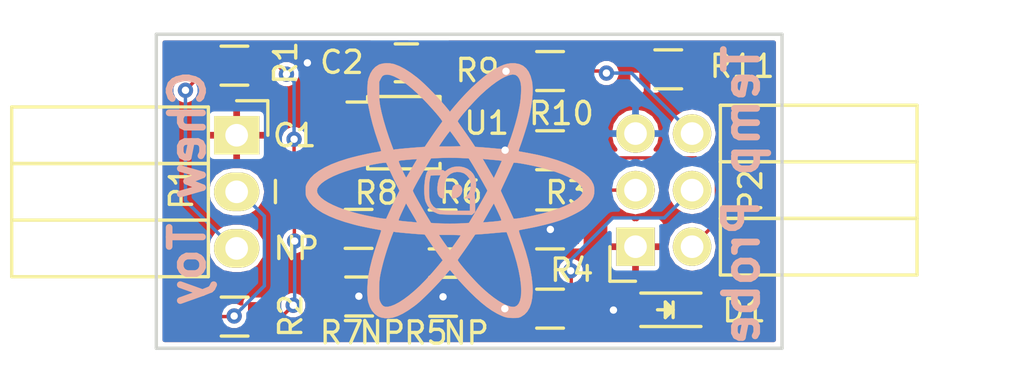
<source format=kicad_pcb>
(kicad_pcb (version 4) (host pcbnew 4.0.0-rc1-stable)

  (general
    (links 34)
    (no_connects 0)
    (area 172.492599 87.173999 200.735001 101.421001)
    (thickness 1.6)
    (drawings 10)
    (tracks 128)
    (zones 0)
    (modules 18)
    (nets 14)
  )

  (page A4)
  (layers
    (0 F.Cu signal)
    (31 B.Cu signal)
    (32 B.Adhes user)
    (33 F.Adhes user)
    (34 B.Paste user)
    (35 F.Paste user)
    (36 B.SilkS user)
    (37 F.SilkS user)
    (38 B.Mask user)
    (39 F.Mask user)
    (40 Dwgs.User user)
    (41 Cmts.User user)
    (42 Eco1.User user)
    (43 Eco2.User user)
    (44 Edge.Cuts user)
    (45 Margin user)
    (46 B.CrtYd user)
    (47 F.CrtYd user)
    (48 B.Fab user)
    (49 F.Fab user)
  )

  (setup
    (last_trace_width 0.1524)
    (trace_clearance 0.1524)
    (zone_clearance 0.2)
    (zone_45_only no)
    (trace_min 0.1524)
    (segment_width 0.2)
    (edge_width 0.15)
    (via_size 0.6858)
    (via_drill 0.3302)
    (via_min_size 0.6858)
    (via_min_drill 0.3302)
    (uvia_size 0.3)
    (uvia_drill 0.1)
    (uvias_allowed no)
    (uvia_min_size 0)
    (uvia_min_drill 0)
    (pcb_text_width 0.3)
    (pcb_text_size 1.5 1.5)
    (mod_edge_width 0.15)
    (mod_text_size 1 1)
    (mod_text_width 0.15)
    (pad_size 1.524 1.524)
    (pad_drill 0.762)
    (pad_to_mask_clearance 0.2)
    (aux_axis_origin 0 0)
    (visible_elements FFFEFF3F)
    (pcbplotparams
      (layerselection 0x00030_80000001)
      (usegerberextensions false)
      (excludeedgelayer true)
      (linewidth 0.100000)
      (plotframeref false)
      (viasonmask false)
      (mode 1)
      (useauxorigin false)
      (hpglpennumber 1)
      (hpglpenspeed 20)
      (hpglpendiameter 15)
      (hpglpenoverlay 2)
      (psnegative false)
      (psa4output false)
      (plotreference true)
      (plotvalue true)
      (plotinvisibletext false)
      (padsonsilk false)
      (subtractmaskfromsilk false)
      (outputformat 1)
      (mirror false)
      (drillshape 1)
      (scaleselection 1)
      (outputdirectory ""))
  )

  (net 0 "")
  (net 1 +3V3)
  (net 2 GND)
  (net 3 /I2C_SCL)
  (net 4 /I2C_SDA)
  (net 5 /GPIO_0)
  (net 6 /GPIO_1)
  (net 7 /I2C_A0)
  (net 8 /I2C_A1)
  (net 9 "Net-(D1-Pad1)")
  (net 10 "Net-(P1-Pad2)")
  (net 11 "Net-(P1-Pad3)")
  (net 12 "Net-(C1-Pad1)")
  (net 13 "Net-(C1-Pad2)")

  (net_class Default "This is the default net class."
    (clearance 0.1524)
    (trace_width 0.1524)
    (via_dia 0.6858)
    (via_drill 0.3302)
    (uvia_dia 0.3)
    (uvia_drill 0.1)
    (add_net +3V3)
    (add_net /GPIO_0)
    (add_net /GPIO_1)
    (add_net /I2C_A0)
    (add_net /I2C_A1)
    (add_net /I2C_SCL)
    (add_net /I2C_SDA)
    (add_net GND)
    (add_net "Net-(C1-Pad1)")
    (add_net "Net-(C1-Pad2)")
    (add_net "Net-(D1-Pad1)")
    (add_net "Net-(P1-Pad2)")
    (add_net "Net-(P1-Pad3)")
  )

  (module Capacitors_SMD:C_0805 (layer F.Cu) (tedit 56167569) (tstamp 56166C4D)
    (at 183.7944 88.5317)
    (descr "Capacitor SMD 0805, reflow soldering, AVX (see smccp.pdf)")
    (tags "capacitor 0805")
    (path /560C12C9)
    (attr smd)
    (fp_text reference C2 (at -2.8956 -0.0254) (layer F.SilkS)
      (effects (font (size 1 1) (thickness 0.15)))
    )
    (fp_text value 100nF (at 0 2.1) (layer F.Fab)
      (effects (font (size 1 1) (thickness 0.15)))
    )
    (fp_line (start -1.8 -1) (end 1.8 -1) (layer F.CrtYd) (width 0.05))
    (fp_line (start -1.8 1) (end 1.8 1) (layer F.CrtYd) (width 0.05))
    (fp_line (start -1.8 -1) (end -1.8 1) (layer F.CrtYd) (width 0.05))
    (fp_line (start 1.8 -1) (end 1.8 1) (layer F.CrtYd) (width 0.05))
    (fp_line (start 0.5 -0.85) (end -0.5 -0.85) (layer F.SilkS) (width 0.15))
    (fp_line (start -0.5 0.85) (end 0.5 0.85) (layer F.SilkS) (width 0.15))
    (pad 1 smd rect (at -1 0) (size 1 1.25) (layers F.Cu F.Paste F.Mask)
      (net 1 +3V3))
    (pad 2 smd rect (at 1 0) (size 1 1.25) (layers F.Cu F.Paste F.Mask)
      (net 2 GND))
    (model Capacitors_SMD.3dshapes/C_0805.wrl
      (at (xyz 0 0 0))
      (scale (xyz 1 1 1))
      (rotate (xyz 0 0 0))
    )
  )

  (module LEDs:LED-0805 (layer F.Cu) (tedit 5616757F) (tstamp 56166C53)
    (at 195.41998 99.6188 180)
    (descr "LED 0805 smd package")
    (tags "LED 0805 SMD")
    (path /560C0861)
    (attr smd)
    (fp_text reference D1 (at -3.53822 -0.0381 180) (layer F.SilkS)
      (effects (font (size 1 1) (thickness 0.15)))
    )
    (fp_text value LED (at 0 1.75 180) (layer F.Fab)
      (effects (font (size 1 1) (thickness 0.15)))
    )
    (fp_line (start -1.6 0.75) (end 1.1 0.75) (layer F.SilkS) (width 0.15))
    (fp_line (start -1.6 -0.75) (end 1.1 -0.75) (layer F.SilkS) (width 0.15))
    (fp_line (start -0.1 0.15) (end -0.1 -0.1) (layer F.SilkS) (width 0.15))
    (fp_line (start -0.1 -0.1) (end -0.25 0.05) (layer F.SilkS) (width 0.15))
    (fp_line (start -0.35 -0.35) (end -0.35 0.35) (layer F.SilkS) (width 0.15))
    (fp_line (start 0 0) (end 0.35 0) (layer F.SilkS) (width 0.15))
    (fp_line (start -0.35 0) (end 0 -0.35) (layer F.SilkS) (width 0.15))
    (fp_line (start 0 -0.35) (end 0 0.35) (layer F.SilkS) (width 0.15))
    (fp_line (start 0 0.35) (end -0.35 0) (layer F.SilkS) (width 0.15))
    (fp_line (start 1.9 -0.95) (end 1.9 0.95) (layer F.CrtYd) (width 0.05))
    (fp_line (start 1.9 0.95) (end -1.9 0.95) (layer F.CrtYd) (width 0.05))
    (fp_line (start -1.9 0.95) (end -1.9 -0.95) (layer F.CrtYd) (width 0.05))
    (fp_line (start -1.9 -0.95) (end 1.9 -0.95) (layer F.CrtYd) (width 0.05))
    (pad 2 smd rect (at 1.04902 0) (size 1.19888 1.19888) (layers F.Cu F.Paste F.Mask)
      (net 1 +3V3))
    (pad 1 smd rect (at -1.04902 0) (size 1.19888 1.19888) (layers F.Cu F.Paste F.Mask)
      (net 9 "Net-(D1-Pad1)"))
    (model LEDs.3dshapes/LED-0805.wrl
      (at (xyz 0 0 0))
      (scale (xyz 1 1 1))
      (rotate (xyz 0 0 0))
    )
  )

  (module Resistors_SMD:R_0805 (layer F.Cu) (tedit 5616753B) (tstamp 56166C60)
    (at 176.0753 88.6587 180)
    (descr "Resistor SMD 0805, reflow soldering, Vishay (see dcrcw.pdf)")
    (tags "resistor 0805")
    (path /560D38BE)
    (attr smd)
    (fp_text reference R1 (at -2.2962 0.127 270) (layer F.SilkS)
      (effects (font (size 1 1) (thickness 0.15)))
    )
    (fp_text value 0 (at 0 2.1 180) (layer F.Fab)
      (effects (font (size 1 1) (thickness 0.15)))
    )
    (fp_line (start -1.6 -1) (end 1.6 -1) (layer F.CrtYd) (width 0.05))
    (fp_line (start -1.6 1) (end 1.6 1) (layer F.CrtYd) (width 0.05))
    (fp_line (start -1.6 -1) (end -1.6 1) (layer F.CrtYd) (width 0.05))
    (fp_line (start 1.6 -1) (end 1.6 1) (layer F.CrtYd) (width 0.05))
    (fp_line (start 0.6 0.875) (end -0.6 0.875) (layer F.SilkS) (width 0.15))
    (fp_line (start -0.6 -0.875) (end 0.6 -0.875) (layer F.SilkS) (width 0.15))
    (pad 1 smd rect (at -0.95 0 180) (size 0.7 1.3) (layers F.Cu F.Paste F.Mask)
      (net 12 "Net-(C1-Pad1)"))
    (pad 2 smd rect (at 0.95 0 180) (size 0.7 1.3) (layers F.Cu F.Paste F.Mask)
      (net 11 "Net-(P1-Pad3)"))
    (model Resistors_SMD.3dshapes/R_0805.wrl
      (at (xyz 0 0 0))
      (scale (xyz 1 1 1))
      (rotate (xyz 0 0 0))
    )
  )

  (module Resistors_SMD:R_0805 (layer F.Cu) (tedit 56167538) (tstamp 56166C66)
    (at 176.083 99.9236 180)
    (descr "Resistor SMD 0805, reflow soldering, Vishay (see dcrcw.pdf)")
    (tags "resistor 0805")
    (path /560D3947)
    (attr smd)
    (fp_text reference R2 (at -2.5171 0.0254 270) (layer F.SilkS)
      (effects (font (size 1 1) (thickness 0.15)))
    )
    (fp_text value 0 (at 0 2.1 180) (layer F.Fab)
      (effects (font (size 1 1) (thickness 0.15)))
    )
    (fp_line (start -1.6 -1) (end 1.6 -1) (layer F.CrtYd) (width 0.05))
    (fp_line (start -1.6 1) (end 1.6 1) (layer F.CrtYd) (width 0.05))
    (fp_line (start -1.6 -1) (end -1.6 1) (layer F.CrtYd) (width 0.05))
    (fp_line (start 1.6 -1) (end 1.6 1) (layer F.CrtYd) (width 0.05))
    (fp_line (start 0.6 0.875) (end -0.6 0.875) (layer F.SilkS) (width 0.15))
    (fp_line (start -0.6 -0.875) (end 0.6 -0.875) (layer F.SilkS) (width 0.15))
    (pad 1 smd rect (at -0.95 0 180) (size 0.7 1.3) (layers F.Cu F.Paste F.Mask)
      (net 13 "Net-(C1-Pad2)"))
    (pad 2 smd rect (at 0.95 0 180) (size 0.7 1.3) (layers F.Cu F.Paste F.Mask)
      (net 10 "Net-(P1-Pad2)"))
    (model Resistors_SMD.3dshapes/R_0805.wrl
      (at (xyz 0 0 0))
      (scale (xyz 1 1 1))
      (rotate (xyz 0 0 0))
    )
  )

  (module Resistors_SMD:R_0805 (layer F.Cu) (tedit 56167585) (tstamp 56166C6C)
    (at 190.246 96.012)
    (descr "Resistor SMD 0805, reflow soldering, Vishay (see dcrcw.pdf)")
    (tags "resistor 0805")
    (path /560C0697)
    (attr smd)
    (fp_text reference R3 (at 0.762 -1.651) (layer F.SilkS)
      (effects (font (size 1 1) (thickness 0.15)))
    )
    (fp_text value 100K (at 0 2.1) (layer F.Fab)
      (effects (font (size 1 1) (thickness 0.15)))
    )
    (fp_line (start -1.6 -1) (end 1.6 -1) (layer F.CrtYd) (width 0.05))
    (fp_line (start -1.6 1) (end 1.6 1) (layer F.CrtYd) (width 0.05))
    (fp_line (start -1.6 -1) (end -1.6 1) (layer F.CrtYd) (width 0.05))
    (fp_line (start 1.6 -1) (end 1.6 1) (layer F.CrtYd) (width 0.05))
    (fp_line (start 0.6 0.875) (end -0.6 0.875) (layer F.SilkS) (width 0.15))
    (fp_line (start -0.6 -0.875) (end 0.6 -0.875) (layer F.SilkS) (width 0.15))
    (pad 1 smd rect (at -0.95 0) (size 0.7 1.3) (layers F.Cu F.Paste F.Mask)
      (net 1 +3V3))
    (pad 2 smd rect (at 0.95 0) (size 0.7 1.3) (layers F.Cu F.Paste F.Mask)
      (net 6 /GPIO_1))
    (model Resistors_SMD.3dshapes/R_0805.wrl
      (at (xyz 0 0 0))
      (scale (xyz 1 1 1))
      (rotate (xyz 0 0 0))
    )
  )

  (module Resistors_SMD:R_0805 (layer F.Cu) (tedit 56167589) (tstamp 56166C72)
    (at 190.246 99.568)
    (descr "Resistor SMD 0805, reflow soldering, Vishay (see dcrcw.pdf)")
    (tags "resistor 0805")
    (path /560C042A)
    (attr smd)
    (fp_text reference R4 (at 0.9779 -1.7272) (layer F.SilkS)
      (effects (font (size 1 1) (thickness 0.15)))
    )
    (fp_text value 100K (at 0 2.1) (layer F.Fab)
      (effects (font (size 1 1) (thickness 0.15)))
    )
    (fp_line (start -1.6 -1) (end 1.6 -1) (layer F.CrtYd) (width 0.05))
    (fp_line (start -1.6 1) (end 1.6 1) (layer F.CrtYd) (width 0.05))
    (fp_line (start -1.6 -1) (end -1.6 1) (layer F.CrtYd) (width 0.05))
    (fp_line (start 1.6 -1) (end 1.6 1) (layer F.CrtYd) (width 0.05))
    (fp_line (start 0.6 0.875) (end -0.6 0.875) (layer F.SilkS) (width 0.15))
    (fp_line (start -0.6 -0.875) (end 0.6 -0.875) (layer F.SilkS) (width 0.15))
    (pad 1 smd rect (at -0.95 0) (size 0.7 1.3) (layers F.Cu F.Paste F.Mask)
      (net 1 +3V3))
    (pad 2 smd rect (at 0.95 0) (size 0.7 1.3) (layers F.Cu F.Paste F.Mask)
      (net 5 /GPIO_0))
    (model Resistors_SMD.3dshapes/R_0805.wrl
      (at (xyz 0 0 0))
      (scale (xyz 1 1 1))
      (rotate (xyz 0 0 0))
    )
  )

  (module Resistors_SMD:R_0805 (layer F.Cu) (tedit 56167594) (tstamp 56166C78)
    (at 190.246 88.9)
    (descr "Resistor SMD 0805, reflow soldering, Vishay (see dcrcw.pdf)")
    (tags "resistor 0805")
    (path /560BFC6A)
    (attr smd)
    (fp_text reference R9 (at -3.2639 -0.0254) (layer F.SilkS)
      (effects (font (size 1 1) (thickness 0.15)))
    )
    (fp_text value 1.8K (at 0 2.1) (layer F.Fab)
      (effects (font (size 1 1) (thickness 0.15)))
    )
    (fp_line (start -1.6 -1) (end 1.6 -1) (layer F.CrtYd) (width 0.05))
    (fp_line (start -1.6 1) (end 1.6 1) (layer F.CrtYd) (width 0.05))
    (fp_line (start -1.6 -1) (end -1.6 1) (layer F.CrtYd) (width 0.05))
    (fp_line (start 1.6 -1) (end 1.6 1) (layer F.CrtYd) (width 0.05))
    (fp_line (start 0.6 0.875) (end -0.6 0.875) (layer F.SilkS) (width 0.15))
    (fp_line (start -0.6 -0.875) (end 0.6 -0.875) (layer F.SilkS) (width 0.15))
    (pad 1 smd rect (at -0.95 0) (size 0.7 1.3) (layers F.Cu F.Paste F.Mask)
      (net 1 +3V3))
    (pad 2 smd rect (at 0.95 0) (size 0.7 1.3) (layers F.Cu F.Paste F.Mask)
      (net 3 /I2C_SCL))
    (model Resistors_SMD.3dshapes/R_0805.wrl
      (at (xyz 0 0 0))
      (scale (xyz 1 1 1))
      (rotate (xyz 0 0 0))
    )
  )

  (module Resistors_SMD:R_0805 (layer F.Cu) (tedit 56167591) (tstamp 56166C7E)
    (at 190.246 92.456)
    (descr "Resistor SMD 0805, reflow soldering, Vishay (see dcrcw.pdf)")
    (tags "resistor 0805")
    (path /560BFCD7)
    (attr smd)
    (fp_text reference R10 (at 0.508 -1.651) (layer F.SilkS)
      (effects (font (size 1 1) (thickness 0.15)))
    )
    (fp_text value 1.8K (at 0 2.1) (layer F.Fab)
      (effects (font (size 1 1) (thickness 0.15)))
    )
    (fp_line (start -1.6 -1) (end 1.6 -1) (layer F.CrtYd) (width 0.05))
    (fp_line (start -1.6 1) (end 1.6 1) (layer F.CrtYd) (width 0.05))
    (fp_line (start -1.6 -1) (end -1.6 1) (layer F.CrtYd) (width 0.05))
    (fp_line (start 1.6 -1) (end 1.6 1) (layer F.CrtYd) (width 0.05))
    (fp_line (start 0.6 0.875) (end -0.6 0.875) (layer F.SilkS) (width 0.15))
    (fp_line (start -0.6 -0.875) (end 0.6 -0.875) (layer F.SilkS) (width 0.15))
    (pad 1 smd rect (at -0.95 0) (size 0.7 1.3) (layers F.Cu F.Paste F.Mask)
      (net 1 +3V3))
    (pad 2 smd rect (at 0.95 0) (size 0.7 1.3) (layers F.Cu F.Paste F.Mask)
      (net 4 /I2C_SDA))
    (model Resistors_SMD.3dshapes/R_0805.wrl
      (at (xyz 0 0 0))
      (scale (xyz 1 1 1))
      (rotate (xyz 0 0 0))
    )
  )

  (module Resistors_SMD:R_0805 (layer F.Cu) (tedit 5616757D) (tstamp 56166C84)
    (at 195.5521 88.8238 180)
    (descr "Resistor SMD 0805, reflow soldering, Vishay (see dcrcw.pdf)")
    (tags "resistor 0805")
    (path /560C08BE)
    (attr smd)
    (fp_text reference R11 (at -3.3172 0.1397 180) (layer F.SilkS)
      (effects (font (size 1 1) (thickness 0.15)))
    )
    (fp_text value 220 (at 0 2.1 180) (layer F.Fab)
      (effects (font (size 1 1) (thickness 0.15)))
    )
    (fp_line (start -1.6 -1) (end 1.6 -1) (layer F.CrtYd) (width 0.05))
    (fp_line (start -1.6 1) (end 1.6 1) (layer F.CrtYd) (width 0.05))
    (fp_line (start -1.6 -1) (end -1.6 1) (layer F.CrtYd) (width 0.05))
    (fp_line (start 1.6 -1) (end 1.6 1) (layer F.CrtYd) (width 0.05))
    (fp_line (start 0.6 0.875) (end -0.6 0.875) (layer F.SilkS) (width 0.15))
    (fp_line (start -0.6 -0.875) (end 0.6 -0.875) (layer F.SilkS) (width 0.15))
    (pad 1 smd rect (at -0.95 0 180) (size 0.7 1.3) (layers F.Cu F.Paste F.Mask)
      (net 9 "Net-(D1-Pad1)"))
    (pad 2 smd rect (at 0.95 0 180) (size 0.7 1.3) (layers F.Cu F.Paste F.Mask)
      (net 2 GND))
    (model Resistors_SMD.3dshapes/R_0805.wrl
      (at (xyz 0 0 0))
      (scale (xyz 1 1 1))
      (rotate (xyz 0 0 0))
    )
  )

  (module Housings_SSOP:MSOP-10-1EP_3x3mm_Pitch0.5mm (layer F.Cu) (tedit 56167525) (tstamp 56166C96)
    (at 183.6801 91.6686)
    (descr "MSE Package; 10-Lead Plastic MSOP, Exposed Die Pad (see Linear Technology 05081664_I_MSE.pdf)")
    (tags "SSOP 0.5")
    (path /560BF2A2)
    (attr smd)
    (fp_text reference U1 (at 3.7211 -0.4318) (layer F.SilkS)
      (effects (font (size 1 1) (thickness 0.15)))
    )
    (fp_text value TMP435 (at 0 2.55) (layer F.Fab)
      (effects (font (size 1 1) (thickness 0.15)))
    )
    (fp_line (start -2.8 -1.8) (end -2.8 1.8) (layer F.CrtYd) (width 0.05))
    (fp_line (start 2.8 -1.8) (end 2.8 1.8) (layer F.CrtYd) (width 0.05))
    (fp_line (start -2.8 -1.8) (end 2.8 -1.8) (layer F.CrtYd) (width 0.05))
    (fp_line (start -2.8 1.8) (end 2.8 1.8) (layer F.CrtYd) (width 0.05))
    (fp_line (start -1.625 -1.625) (end -1.625 -1.3775) (layer F.SilkS) (width 0.15))
    (fp_line (start 1.625 -1.625) (end 1.625 -1.3775) (layer F.SilkS) (width 0.15))
    (fp_line (start 1.625 1.625) (end 1.625 1.3775) (layer F.SilkS) (width 0.15))
    (fp_line (start -1.625 1.625) (end -1.625 1.3775) (layer F.SilkS) (width 0.15))
    (fp_line (start -1.625 -1.625) (end 1.625 -1.625) (layer F.SilkS) (width 0.15))
    (fp_line (start -1.625 1.625) (end 1.625 1.625) (layer F.SilkS) (width 0.15))
    (fp_line (start -1.625 -1.3775) (end -2.55 -1.3775) (layer F.SilkS) (width 0.15))
    (pad 1 smd rect (at -2.105 -1) (size 0.89 0.305) (layers F.Cu F.Paste F.Mask)
      (net 1 +3V3))
    (pad 2 smd rect (at -2.105 -0.5) (size 0.89 0.305) (layers F.Cu F.Paste F.Mask)
      (net 12 "Net-(C1-Pad1)"))
    (pad 3 smd rect (at -2.105 0) (size 0.89 0.305) (layers F.Cu F.Paste F.Mask)
      (net 13 "Net-(C1-Pad2)"))
    (pad 4 smd rect (at -2.105 0.5) (size 0.89 0.305) (layers F.Cu F.Paste F.Mask)
      (net 7 /I2C_A0))
    (pad 5 smd rect (at -2.105 1) (size 0.89 0.305) (layers F.Cu F.Paste F.Mask)
      (net 8 /I2C_A1))
    (pad 6 smd rect (at 2.105 1) (size 0.89 0.305) (layers F.Cu F.Paste F.Mask)
      (net 2 GND))
    (pad 7 smd rect (at 2.105 0.5) (size 0.89 0.305) (layers F.Cu F.Paste F.Mask)
      (net 5 /GPIO_0))
    (pad 8 smd rect (at 2.105 0) (size 0.89 0.305) (layers F.Cu F.Paste F.Mask)
      (net 6 /GPIO_1))
    (pad 9 smd rect (at 2.105 -0.5) (size 0.89 0.305) (layers F.Cu F.Paste F.Mask)
      (net 4 /I2C_SDA))
    (pad 10 smd rect (at 2.105 -1) (size 0.89 0.305) (layers F.Cu F.Paste F.Mask)
      (net 3 /I2C_SCL))
    (pad 11 smd rect (at 0.42 0.47) (size 0.84 0.94) (layers F.Cu F.Paste F.Mask)
      (solder_paste_margin_ratio -0.2))
    (pad 11 smd rect (at 0.42 -0.47) (size 0.84 0.94) (layers F.Cu F.Paste F.Mask)
      (solder_paste_margin_ratio -0.2))
    (pad 11 smd rect (at -0.42 0.47) (size 0.84 0.94) (layers F.Cu F.Paste F.Mask)
      (solder_paste_margin_ratio -0.2))
    (pad 11 smd rect (at -0.42 -0.47) (size 0.84 0.94) (layers F.Cu F.Paste F.Mask)
      (solder_paste_margin_ratio -0.2))
    (model Housings_SSOP.3dshapes/MSOP-10-1EP_3x3mm_Pitch0.5mm.wrl
      (at (xyz 0 0 0))
      (scale (xyz 1 1 1))
      (rotate (xyz 0 0 0))
    )
  )

  (module Resistors_SMD:R_0805 (layer F.Cu) (tedit 56167362) (tstamp 56166CFD)
    (at 185.42 96.012)
    (descr "Resistor SMD 0805, reflow soldering, Vishay (see dcrcw.pdf)")
    (tags "resistor 0805")
    (path /56166B4A)
    (attr smd)
    (fp_text reference R6 (at 0.8128 -1.6764) (layer F.SilkS)
      (effects (font (size 1 1) (thickness 0.15)))
    )
    (fp_text value 0 (at 0 2.1) (layer F.Fab)
      (effects (font (size 1 1) (thickness 0.15)))
    )
    (fp_line (start -1.6 -1) (end 1.6 -1) (layer F.CrtYd) (width 0.05))
    (fp_line (start -1.6 1) (end 1.6 1) (layer F.CrtYd) (width 0.05))
    (fp_line (start -1.6 -1) (end -1.6 1) (layer F.CrtYd) (width 0.05))
    (fp_line (start 1.6 -1) (end 1.6 1) (layer F.CrtYd) (width 0.05))
    (fp_line (start 0.6 0.875) (end -0.6 0.875) (layer F.SilkS) (width 0.15))
    (fp_line (start -0.6 -0.875) (end 0.6 -0.875) (layer F.SilkS) (width 0.15))
    (pad 1 smd rect (at -0.95 0) (size 0.7 1.3) (layers F.Cu F.Paste F.Mask)
      (net 7 /I2C_A0))
    (pad 2 smd rect (at 0.95 0) (size 0.7 1.3) (layers F.Cu F.Paste F.Mask)
      (net 2 GND))
    (model Resistors_SMD.3dshapes/R_0805.wrl
      (at (xyz 0 0 0))
      (scale (xyz 1 1 1))
      (rotate (xyz 0 0 0))
    )
  )

  (module Resistors_SMD:R_0805 (layer F.Cu) (tedit 56167360) (tstamp 56166D09)
    (at 181.6481 95.9866)
    (descr "Resistor SMD 0805, reflow soldering, Vishay (see dcrcw.pdf)")
    (tags "resistor 0805")
    (path /5616700B)
    (attr smd)
    (fp_text reference R8 (at 0.8001 -1.6129) (layer F.SilkS)
      (effects (font (size 1 1) (thickness 0.15)))
    )
    (fp_text value 0 (at 0 2.1) (layer F.Fab)
      (effects (font (size 1 1) (thickness 0.15)))
    )
    (fp_line (start -1.6 -1) (end 1.6 -1) (layer F.CrtYd) (width 0.05))
    (fp_line (start -1.6 1) (end 1.6 1) (layer F.CrtYd) (width 0.05))
    (fp_line (start -1.6 -1) (end -1.6 1) (layer F.CrtYd) (width 0.05))
    (fp_line (start 1.6 -1) (end 1.6 1) (layer F.CrtYd) (width 0.05))
    (fp_line (start 0.6 0.875) (end -0.6 0.875) (layer F.SilkS) (width 0.15))
    (fp_line (start -0.6 -0.875) (end 0.6 -0.875) (layer F.SilkS) (width 0.15))
    (pad 1 smd rect (at -0.95 0) (size 0.7 1.3) (layers F.Cu F.Paste F.Mask)
      (net 8 /I2C_A1))
    (pad 2 smd rect (at 0.95 0) (size 0.7 1.3) (layers F.Cu F.Paste F.Mask)
      (net 2 GND))
    (model Resistors_SMD.3dshapes/R_0805.wrl
      (at (xyz 0 0 0))
      (scale (xyz 1 1 1))
      (rotate (xyz 0 0 0))
    )
  )

  (module Capacitors_SMD:C_0805 (layer F.Cu) (tedit 5415D6EA) (tstamp 5617D4A2)
    (at 178.7652 94.3102 270)
    (descr "Capacitor SMD 0805, reflow soldering, AVX (see smccp.pdf)")
    (tags "capacitor 0805")
    (path /560D3517)
    (attr smd)
    (fp_text reference C1 (at -2.5146 -0.0127 360) (layer F.SilkS)
      (effects (font (size 1 1) (thickness 0.15)))
    )
    (fp_text value NP (at 0 2.1 270) (layer F.Fab)
      (effects (font (size 1 1) (thickness 0.15)))
    )
    (fp_line (start -1.8 -1) (end 1.8 -1) (layer F.CrtYd) (width 0.05))
    (fp_line (start -1.8 1) (end 1.8 1) (layer F.CrtYd) (width 0.05))
    (fp_line (start -1.8 -1) (end -1.8 1) (layer F.CrtYd) (width 0.05))
    (fp_line (start 1.8 -1) (end 1.8 1) (layer F.CrtYd) (width 0.05))
    (fp_line (start 0.5 -0.85) (end -0.5 -0.85) (layer F.SilkS) (width 0.15))
    (fp_line (start -0.5 0.85) (end 0.5 0.85) (layer F.SilkS) (width 0.15))
    (pad 1 smd rect (at -1 0 270) (size 1 1.25) (layers F.Cu F.Paste F.Mask)
      (net 12 "Net-(C1-Pad1)"))
    (pad 2 smd rect (at 1 0 270) (size 1 1.25) (layers F.Cu F.Paste F.Mask)
      (net 13 "Net-(C1-Pad2)"))
    (model Capacitors_SMD.3dshapes/C_0805.wrl
      (at (xyz 0 0 0))
      (scale (xyz 1 1 1))
      (rotate (xyz 0 0 0))
    )
  )

  (module Resistors_SMD:R_0805 (layer F.Cu) (tedit 5415CDEB) (tstamp 5617D4A8)
    (at 185.4454 99.0346 180)
    (descr "Resistor SMD 0805, reflow soldering, Vishay (see dcrcw.pdf)")
    (tags "resistor 0805")
    (path /56166B03)
    (attr smd)
    (fp_text reference R5 (at 0.7747 -1.6256 180) (layer F.SilkS)
      (effects (font (size 1 1) (thickness 0.15)))
    )
    (fp_text value NP (at 0 2.1 180) (layer F.Fab)
      (effects (font (size 1 1) (thickness 0.15)))
    )
    (fp_line (start -1.6 -1) (end 1.6 -1) (layer F.CrtYd) (width 0.05))
    (fp_line (start -1.6 1) (end 1.6 1) (layer F.CrtYd) (width 0.05))
    (fp_line (start -1.6 -1) (end -1.6 1) (layer F.CrtYd) (width 0.05))
    (fp_line (start 1.6 -1) (end 1.6 1) (layer F.CrtYd) (width 0.05))
    (fp_line (start 0.6 0.875) (end -0.6 0.875) (layer F.SilkS) (width 0.15))
    (fp_line (start -0.6 -0.875) (end 0.6 -0.875) (layer F.SilkS) (width 0.15))
    (pad 1 smd rect (at -0.95 0 180) (size 0.7 1.3) (layers F.Cu F.Paste F.Mask)
      (net 1 +3V3))
    (pad 2 smd rect (at 0.95 0 180) (size 0.7 1.3) (layers F.Cu F.Paste F.Mask)
      (net 7 /I2C_A0))
    (model Resistors_SMD.3dshapes/R_0805.wrl
      (at (xyz 0 0 0))
      (scale (xyz 1 1 1))
      (rotate (xyz 0 0 0))
    )
  )

  (module Resistors_SMD:R_0805 (layer F.Cu) (tedit 5415CDEB) (tstamp 5617D4AE)
    (at 181.6735 99.0219 180)
    (descr "Resistor SMD 0805, reflow soldering, Vishay (see dcrcw.pdf)")
    (tags "resistor 0805")
    (path /56167005)
    (attr smd)
    (fp_text reference R7 (at 0.7874 -1.6256 180) (layer F.SilkS)
      (effects (font (size 1 1) (thickness 0.15)))
    )
    (fp_text value NP (at 0 2.1 180) (layer F.Fab)
      (effects (font (size 1 1) (thickness 0.15)))
    )
    (fp_line (start -1.6 -1) (end 1.6 -1) (layer F.CrtYd) (width 0.05))
    (fp_line (start -1.6 1) (end 1.6 1) (layer F.CrtYd) (width 0.05))
    (fp_line (start -1.6 -1) (end -1.6 1) (layer F.CrtYd) (width 0.05))
    (fp_line (start 1.6 -1) (end 1.6 1) (layer F.CrtYd) (width 0.05))
    (fp_line (start 0.6 0.875) (end -0.6 0.875) (layer F.SilkS) (width 0.15))
    (fp_line (start -0.6 -0.875) (end 0.6 -0.875) (layer F.SilkS) (width 0.15))
    (pad 1 smd rect (at -0.95 0 180) (size 0.7 1.3) (layers F.Cu F.Paste F.Mask)
      (net 1 +3V3))
    (pad 2 smd rect (at 0.95 0 180) (size 0.7 1.3) (layers F.Cu F.Paste F.Mask)
      (net 8 /I2C_A1))
    (model Resistors_SMD.3dshapes/R_0805.wrl
      (at (xyz 0 0 0))
      (scale (xyz 1 1 1))
      (rotate (xyz 0 0 0))
    )
  )

  (module Socket_Strips:Socket_Strip_Angled_2x03 (layer F.Cu) (tedit 0) (tstamp 5617D546)
    (at 194.0814 96.7867 90)
    (descr "Through hole socket strip")
    (tags "socket strip")
    (path /5615202D)
    (fp_text reference P2 (at 2.4892 5.1689 90) (layer F.SilkS)
      (effects (font (size 1 1) (thickness 0.15)))
    )
    (fp_text value CONN_02X03 (at 0 -2.6 90) (layer F.Fab)
      (effects (font (size 1 1) (thickness 0.15)))
    )
    (fp_line (start -1.75 -1.35) (end -1.75 13.15) (layer F.CrtYd) (width 0.05))
    (fp_line (start 6.85 -1.35) (end 6.85 13.15) (layer F.CrtYd) (width 0.05))
    (fp_line (start -1.75 -1.35) (end 6.85 -1.35) (layer F.CrtYd) (width 0.05))
    (fp_line (start -1.75 13.15) (end 6.85 13.15) (layer F.CrtYd) (width 0.05))
    (fp_line (start 3.81 3.81) (end 3.81 12.64) (layer F.SilkS) (width 0.15))
    (fp_line (start 1.27 3.81) (end 3.81 3.81) (layer F.SilkS) (width 0.15))
    (fp_line (start 1.27 12.64) (end 3.81 12.64) (layer F.SilkS) (width 0.15))
    (fp_line (start 3.81 12.64) (end 3.81 3.81) (layer F.SilkS) (width 0.15))
    (fp_line (start 6.35 12.64) (end 6.35 3.81) (layer F.SilkS) (width 0.15))
    (fp_line (start 3.81 12.64) (end 6.35 12.64) (layer F.SilkS) (width 0.15))
    (fp_line (start 3.81 3.81) (end 6.35 3.81) (layer F.SilkS) (width 0.15))
    (fp_line (start 6.35 3.81) (end 6.35 12.64) (layer F.SilkS) (width 0.15))
    (fp_line (start 1.27 3.81) (end 1.27 12.64) (layer F.SilkS) (width 0.15))
    (fp_line (start -1.27 3.81) (end 1.27 3.81) (layer F.SilkS) (width 0.15))
    (fp_line (start 0 -1.15) (end -1.55 -1.15) (layer F.SilkS) (width 0.15))
    (fp_line (start -1.55 -1.15) (end -1.55 0) (layer F.SilkS) (width 0.15))
    (fp_line (start -1.27 3.81) (end -1.27 12.64) (layer F.SilkS) (width 0.15))
    (fp_line (start -1.27 12.64) (end 1.27 12.64) (layer F.SilkS) (width 0.15))
    (fp_line (start 1.27 12.64) (end 1.27 3.81) (layer F.SilkS) (width 0.15))
    (pad 1 thru_hole rect (at 0 0 90) (size 1.7272 1.7272) (drill 1.016) (layers *.Cu *.Mask F.SilkS)
      (net 2 GND))
    (pad 2 thru_hole oval (at 0 2.54 90) (size 1.7272 1.7272) (drill 1.016) (layers *.Cu *.Mask F.SilkS)
      (net 4 /I2C_SDA))
    (pad 3 thru_hole oval (at 2.54 0 90) (size 1.7272 1.7272) (drill 1.016) (layers *.Cu *.Mask F.SilkS)
      (net 6 /GPIO_1))
    (pad 4 thru_hole oval (at 2.54 2.54 90) (size 1.7272 1.7272) (drill 1.016) (layers *.Cu *.Mask F.SilkS)
      (net 5 /GPIO_0))
    (pad 5 thru_hole oval (at 5.08 0 90) (size 1.7272 1.7272) (drill 1.016) (layers *.Cu *.Mask F.SilkS)
      (net 1 +3V3))
    (pad 6 thru_hole oval (at 5.08 2.54 90) (size 1.7272 1.7272) (drill 1.016) (layers *.Cu *.Mask F.SilkS)
      (net 3 /I2C_SCL))
    (model Socket_Strips.3dshapes/Socket_Strip_Angled_2x03.wrl
      (at (xyz 0.1 -0.05 0))
      (scale (xyz 1 1 1))
      (rotate (xyz 0 0 180))
    )
  )

  (module Socket_Strips:Socket_Strip_Angled_1x03 (layer F.Cu) (tedit 0) (tstamp 5617DC31)
    (at 176.1744 91.7829 270)
    (descr "Through hole socket strip")
    (tags "socket strip")
    (path /560C0B74)
    (fp_text reference P1 (at 2.3622 2.4765 270) (layer F.SilkS)
      (effects (font (size 1 1) (thickness 0.15)))
    )
    (fp_text value CONN_01X03 (at 0 -2.75 270) (layer F.Fab)
      (effects (font (size 1 1) (thickness 0.15)))
    )
    (fp_line (start -1.75 -1.5) (end -1.75 10.6) (layer F.CrtYd) (width 0.05))
    (fp_line (start 6.85 -1.5) (end 6.85 10.6) (layer F.CrtYd) (width 0.05))
    (fp_line (start -1.75 -1.5) (end 6.85 -1.5) (layer F.CrtYd) (width 0.05))
    (fp_line (start -1.75 10.6) (end 6.85 10.6) (layer F.CrtYd) (width 0.05))
    (fp_line (start 3.81 1.27) (end 6.35 1.27) (layer F.SilkS) (width 0.15))
    (fp_line (start 3.81 10.1) (end 6.35 10.1) (layer F.SilkS) (width 0.15))
    (fp_line (start 6.35 10.1) (end 6.35 1.27) (layer F.SilkS) (width 0.15))
    (fp_line (start 3.81 10.1) (end 3.81 1.27) (layer F.SilkS) (width 0.15))
    (fp_line (start 1.27 10.1) (end 3.81 10.1) (layer F.SilkS) (width 0.15))
    (fp_line (start 1.27 1.27) (end 1.27 10.1) (layer F.SilkS) (width 0.15))
    (fp_line (start 1.27 1.27) (end 3.81 1.27) (layer F.SilkS) (width 0.15))
    (fp_line (start -1.27 1.27) (end 1.27 1.27) (layer F.SilkS) (width 0.15))
    (fp_line (start 0 -1.4) (end -1.55 -1.4) (layer F.SilkS) (width 0.15))
    (fp_line (start -1.55 -1.4) (end -1.55 0) (layer F.SilkS) (width 0.15))
    (fp_line (start -1.27 1.27) (end -1.27 10.1) (layer F.SilkS) (width 0.15))
    (fp_line (start -1.27 10.1) (end 1.27 10.1) (layer F.SilkS) (width 0.15))
    (fp_line (start 1.27 10.1) (end 1.27 1.27) (layer F.SilkS) (width 0.15))
    (pad 1 thru_hole rect (at 0 0 270) (size 1.7272 2.032) (drill 1.016) (layers *.Cu *.Mask F.SilkS)
      (net 2 GND))
    (pad 2 thru_hole oval (at 2.54 0 270) (size 1.7272 2.032) (drill 1.016) (layers *.Cu *.Mask F.SilkS)
      (net 10 "Net-(P1-Pad2)"))
    (pad 3 thru_hole oval (at 5.08 0 270) (size 1.7272 2.032) (drill 1.016) (layers *.Cu *.Mask F.SilkS)
      (net 11 "Net-(P1-Pad3)"))
    (model Socket_Strips.3dshapes/Socket_Strip_Angled_1x03.wrl
      (at (xyz 0.1 0 0))
      (scale (xyz 1 1 1))
      (rotate (xyz 0 0 180))
    )
  )

  (module logos:atom (layer B.Cu) (tedit 0) (tstamp 5617F324)
    (at 185.7248 94.2721 270)
    (fp_text reference G*** (at 0 0 270) (layer B.SilkS) hide
      (effects (font (thickness 0.3)) (justify mirror))
    )
    (fp_text value LOGO (at 0.75 0 270) (layer B.SilkS) hide
      (effects (font (thickness 0.3)) (justify mirror))
    )
    (fp_poly (pts (xy 0.109269 6.452356) (xy 0.187317 6.445851) (xy 0.249052 6.431633) (xy 0.309382 6.406936)
      (xy 0.342461 6.390423) (xy 0.519767 6.27625) (xy 0.687674 6.121156) (xy 0.846531 5.924493)
      (xy 0.996688 5.685613) (xy 1.138496 5.403868) (xy 1.272303 5.078612) (xy 1.398461 4.709196)
      (xy 1.517319 4.294972) (xy 1.55588 4.144819) (xy 1.577629 4.05227) (xy 1.604233 3.930647)
      (xy 1.633726 3.789868) (xy 1.664142 3.639851) (xy 1.693514 3.490512) (xy 1.719876 3.351769)
      (xy 1.741261 3.23354) (xy 1.755705 3.145742) (xy 1.7596 3.117273) (xy 1.776992 3.072829)
      (xy 1.801102 3.064121) (xy 1.832104 3.072633) (xy 1.900149 3.094007) (xy 1.998615 3.126073)
      (xy 2.12088 3.166661) (xy 2.260319 3.213599) (xy 2.343728 3.241948) (xy 2.737142 3.370053)
      (xy 3.100747 3.475433) (xy 3.443476 3.560495) (xy 3.774263 3.627648) (xy 3.775364 3.627846)
      (xy 3.939007 3.651731) (xy 4.121156 3.668973) (xy 4.311884 3.679464) (xy 4.501264 3.683095)
      (xy 4.67937 3.679758) (xy 4.836276 3.669345) (xy 4.962055 3.651748) (xy 5.00651 3.641273)
      (xy 5.216797 3.567397) (xy 5.387837 3.474358) (xy 5.523592 3.359301) (xy 5.628019 3.219371)
      (xy 5.651821 3.176054) (xy 5.69652 3.051243) (xy 5.720869 2.899116) (xy 5.723965 2.734246)
      (xy 5.704901 2.571205) (xy 5.692735 2.51691) (xy 5.625061 2.315031) (xy 5.520856 2.096023)
      (xy 5.379133 1.858139) (xy 5.198903 1.599629) (xy 5.103295 1.47395) (xy 5.024965 1.380001)
      (xy 4.918305 1.261671) (xy 4.789577 1.125173) (xy 4.645042 0.976722) (xy 4.490964 0.822532)
      (xy 4.333604 0.668819) (xy 4.179225 0.521795) (xy 4.034088 0.387676) (xy 3.904455 0.272677)
      (xy 3.82744 0.207819) (xy 3.734188 0.130507) (xy 3.655589 0.063257) (xy 3.597756 0.011464)
      (xy 3.566801 -0.019474) (xy 3.563302 -0.025406) (xy 3.581502 -0.04407) (xy 3.629383 -0.087302)
      (xy 3.701186 -0.150059) (xy 3.791151 -0.227301) (xy 3.879273 -0.30199) (xy 3.997537 -0.404605)
      (xy 4.136167 -0.529616) (xy 4.283461 -0.666183) (xy 4.427719 -0.803467) (xy 4.549746 -0.923129)
      (xy 4.810361 -1.192758) (xy 5.033547 -1.444063) (xy 5.22236 -1.680936) (xy 5.379857 -1.907273)
      (xy 5.509092 -2.126968) (xy 5.537824 -2.182261) (xy 5.609705 -2.331459) (xy 5.659712 -2.456098)
      (xy 5.69147 -2.570121) (xy 5.708609 -2.687471) (xy 5.714755 -2.82209) (xy 5.715 -2.863272)
      (xy 5.713603 -2.979372) (xy 5.708016 -3.062567) (xy 5.696146 -3.126084) (xy 5.675902 -3.183153)
      (xy 5.658483 -3.220579) (xy 5.556882 -3.375914) (xy 5.41911 -3.503806) (xy 5.246143 -3.604248)
      (xy 5.038956 -3.677236) (xy 4.798524 -3.722765) (xy 4.525823 -3.740831) (xy 4.221828 -3.731428)
      (xy 3.887515 -3.694552) (xy 3.523858 -3.630197) (xy 3.131834 -3.538359) (xy 2.712418 -3.419033)
      (xy 2.266584 -3.272215) (xy 2.169978 -3.237991) (xy 2.030795 -3.188686) (xy 1.928855 -3.154319)
      (xy 1.85824 -3.133398) (xy 1.813031 -3.124433) (xy 1.787312 -3.125934) (xy 1.775163 -3.136409)
      (xy 1.774287 -3.138314) (xy 1.764996 -3.17308) (xy 1.749571 -3.244394) (xy 1.729828 -3.343312)
      (xy 1.707583 -3.460889) (xy 1.696542 -3.521363) (xy 1.652837 -3.746054) (xy 1.600323 -3.987392)
      (xy 1.541876 -4.233906) (xy 1.480369 -4.474127) (xy 1.418678 -4.696582) (xy 1.359675 -4.889801)
      (xy 1.335671 -4.961548) (xy 1.27035 -5.135684) (xy 1.192067 -5.320929) (xy 1.105683 -5.507466)
      (xy 1.01606 -5.685474) (xy 0.928062 -5.845133) (xy 0.84655 -5.976626) (xy 0.802505 -6.038272)
      (xy 0.674179 -6.185931) (xy 0.53522 -6.312733) (xy 0.395153 -6.410844) (xy 0.282976 -6.465589)
      (xy 0.13931 -6.500826) (xy -0.021678 -6.510542) (xy -0.17994 -6.494777) (xy -0.289522 -6.46446)
      (xy -0.457254 -6.376086) (xy -0.620241 -6.24198) (xy -0.778285 -6.062369) (xy -0.931188 -5.837478)
      (xy -1.078754 -5.567534) (xy -1.085741 -5.553363) (xy -1.2339 -5.218455) (xy -1.370336 -4.842374)
      (xy -1.493918 -4.428898) (xy -1.603515 -3.981804) (xy -1.697125 -3.509818) (xy -1.71932 -3.38529)
      (xy -1.739139 -3.275908) (xy -1.755017 -3.190174) (xy -1.765387 -3.136592) (xy -1.76823 -3.123711)
      (xy -1.787309 -3.113361) (xy -1.837034 -3.122078) (xy -1.922392 -3.1508) (xy -1.932883 -3.154734)
      (xy -2.077714 -3.207413) (xy -2.251082 -3.267301) (xy -2.440652 -3.330411) (xy -2.634087 -3.392756)
      (xy -2.819052 -3.450348) (xy -2.983208 -3.4992) (xy -3.094181 -3.530085) (xy -3.411318 -3.606332)
      (xy -3.722509 -3.666105) (xy -4.021498 -3.708794) (xy -4.302025 -3.733789) (xy -4.557831 -3.740479)
      (xy -4.782658 -3.728256) (xy -4.919088 -3.707953) (xy -5.149281 -3.645593) (xy -5.340769 -3.558048)
      (xy -5.49357 -3.445302) (xy -5.6077 -3.307338) (xy -5.683175 -3.144142) (xy -5.720013 -2.955696)
      (xy -5.722169 -2.925906) (xy -5.722031 -2.863272) (xy -5.217863 -2.863272) (xy -5.196994 -2.970062)
      (xy -5.134582 -3.060836) (xy -5.033081 -3.133618) (xy -4.894944 -3.186431) (xy -4.789013 -3.208749)
      (xy -4.669135 -3.219691) (xy -4.515639 -3.221725) (xy -4.340103 -3.21542) (xy -4.154109 -3.201346)
      (xy -3.969237 -3.180073) (xy -3.856181 -3.162829) (xy -3.604265 -3.113433) (xy -3.322298 -3.046553)
      (xy -3.021498 -2.96543) (xy -2.757413 -2.886546) (xy -1.258454 -2.886546) (xy -1.253939 -2.980267)
      (xy -1.245859 -3.061725) (xy -1.228552 -3.179423) (xy -1.203675 -3.324722) (xy -1.172888 -3.488983)
      (xy -1.13785 -3.663566) (xy -1.100218 -3.839831) (xy -1.061653 -4.009139) (xy -1.036497 -4.112861)
      (xy -0.941672 -4.463629) (xy -0.840192 -4.784363) (xy -0.733152 -5.072829) (xy -0.621648 -5.326792)
      (xy -0.506776 -5.544019) (xy -0.38963 -5.722274) (xy -0.271308 -5.859324) (xy -0.152905 -5.952934)
      (xy -0.127 -5.967453) (xy -0.040118 -5.998639) (xy 0.0442 -5.994879) (xy 0.136654 -5.958419)
      (xy 0.249489 -5.878852) (xy 0.363657 -5.756004) (xy 0.477766 -5.592696) (xy 0.590419 -5.391748)
      (xy 0.700224 -5.155982) (xy 0.805785 -4.888218) (xy 0.905709 -4.591275) (xy 0.998602 -4.267976)
      (xy 1.027381 -4.156363) (xy 1.066754 -3.992915) (xy 1.106248 -3.817297) (xy 1.144191 -3.638083)
      (xy 1.178911 -3.463847) (xy 1.208735 -3.303166) (xy 1.23199 -3.164614) (xy 1.247003 -3.056765)
      (xy 1.25155 -3.007186) (xy 1.258455 -2.885554) (xy 0.935182 -2.739304) (xy 0.788511 -2.672371)
      (xy 0.624392 -2.596544) (xy 0.565044 -2.568837) (xy 1.858819 -2.568837) (xy 2.00891 -2.62611)
      (xy 2.435382 -2.781331) (xy 2.842115 -2.914273) (xy 3.226564 -3.0244) (xy 3.586183 -3.111175)
      (xy 3.918427 -3.174059) (xy 4.220751 -3.212517) (xy 4.49061 -3.22601) (xy 4.725458 -3.214003)
      (xy 4.768241 -3.208459) (xy 4.937764 -3.170821) (xy 5.068301 -3.112967) (xy 5.158809 -3.035699)
      (xy 5.208245 -2.939816) (xy 5.217863 -2.863272) (xy 5.198786 -2.727568) (xy 5.144516 -2.568051)
      (xy 5.057177 -2.388119) (xy 4.938893 -2.191168) (xy 4.791788 -1.980594) (xy 4.617984 -1.759792)
      (xy 4.419606 -1.532161) (xy 4.316507 -1.421707) (xy 4.207758 -1.310826) (xy 4.085347 -1.191364)
      (xy 3.953804 -1.067239) (xy 3.817659 -0.942371) (xy 3.68144 -0.820679) (xy 3.549676 -0.706081)
      (xy 3.426897 -0.602497) (xy 3.317632 -0.513845) (xy 3.22641 -0.444045) (xy 3.15776 -0.397015)
      (xy 3.116212 -0.376674) (xy 3.108729 -0.376653) (xy 3.079716 -0.393929) (xy 3.021383 -0.433134)
      (xy 2.941609 -0.488831) (xy 2.848276 -0.555584) (xy 2.826688 -0.571226) (xy 2.709916 -0.654694)
      (xy 2.570738 -0.752103) (xy 2.425432 -0.852169) (xy 2.290276 -0.943607) (xy 2.271537 -0.956112)
      (xy 1.968437 -1.157932) (xy 1.952938 -1.39292) (xy 1.945005 -1.503095) (xy 1.933918 -1.643456)
      (xy 1.920974 -1.798223) (xy 1.907469 -1.951615) (xy 1.903283 -1.997363) (xy 1.89111 -2.131862)
      (xy 1.880157 -2.258127) (xy 1.871321 -2.36542) (xy 1.8655 -2.443) (xy 1.863973 -2.467827)
      (xy 1.858819 -2.568837) (xy 0.565044 -2.568837) (xy 0.462325 -2.520883) (xy 0.321808 -2.454446)
      (xy 0.314743 -2.451072) (xy 0.207221 -2.400239) (xy 0.114582 -2.357461) (xy 0.044758 -2.326321)
      (xy 0.005677 -2.310404) (xy 0.000625 -2.30909) (xy -0.025063 -2.318564) (xy -0.08474 -2.344687)
      (xy -0.170813 -2.384017) (xy -0.275689 -2.433108) (xy -0.337208 -2.46234) (xy -0.482975 -2.531353)
      (xy -0.646728 -2.607914) (xy -0.80903 -2.682985) (xy -0.950443 -2.747532) (xy -0.958272 -2.751068)
      (xy -1.258454 -2.886546) (xy -2.757413 -2.886546) (xy -2.713085 -2.873305) (xy -2.408277 -2.77342)
      (xy -2.118293 -2.669016) (xy -2.032 -2.635785) (xy -1.975082 -2.614801) (xy -1.931406 -2.598015)
      (xy -1.899736 -2.579509) (xy -1.878836 -2.553363) (xy -1.867472 -2.513659) (xy -1.864408 -2.454477)
      (xy -1.868408 -2.369899) (xy -1.878238 -2.254005) (xy -1.892663 -2.100878) (xy -1.901175 -2.008909)
      (xy -1.914729 -1.856365) (xy -1.928029 -1.700322) (xy -1.939927 -1.554671) (xy -1.944311 -1.497758)
      (xy -1.429244 -1.497758) (xy -1.419708 -1.574379) (xy -1.414181 -1.62647) (xy -1.406031 -1.712904)
      (xy -1.396323 -1.821988) (xy -1.386124 -1.942033) (xy -1.385366 -1.951181) (xy -1.375184 -2.068465)
      (xy -1.365239 -2.172619) (xy -1.356602 -2.253082) (xy -1.350342 -2.299291) (xy -1.349818 -2.301957)
      (xy -1.339076 -2.35255) (xy -1.181728 -2.283051) (xy -1.090748 -2.24204) (xy -0.97639 -2.189311)
      (xy -0.856832 -2.133285) (xy -0.795944 -2.104354) (xy -0.567508 -1.995156) (xy -0.568224 -1.994745)
      (xy 0.569597 -1.994745) (xy 0.75239 -2.082299) (xy 0.922385 -2.163453) (xy 1.055556 -2.226147)
      (xy 1.156572 -2.272196) (xy 1.230103 -2.303414) (xy 1.280818 -2.321619) (xy 1.313385 -2.328624)
      (xy 1.332474 -2.326245) (xy 1.342753 -2.316297) (xy 1.344625 -2.312546) (xy 1.352155 -2.277509)
      (xy 1.362145 -2.205041) (xy 1.373596 -2.103765) (xy 1.385505 -1.982304) (xy 1.393281 -1.893454)
      (xy 1.403702 -1.766517) (xy 1.412386 -1.657036) (xy 1.418748 -1.572683) (xy 1.422205 -1.521129)
      (xy 1.422565 -1.508622) (xy 1.402793 -1.51846) (xy 1.348897 -1.548138) (xy 1.266722 -1.59436)
      (xy 1.162114 -1.653831) (xy 1.040918 -1.723256) (xy 0.994844 -1.749767) (xy 0.569597 -1.994745)
      (xy -0.568224 -1.994745) (xy -0.912981 -1.797004) (xy -1.033592 -1.727735) (xy -1.14649 -1.662729)
      (xy -1.242905 -1.607049) (xy -1.314063 -1.565758) (xy -1.343849 -1.548305) (xy -1.429244 -1.497758)
      (xy -1.944311 -1.497758) (xy -1.949278 -1.433303) (xy -1.952984 -1.380986) (xy -1.968023 -1.157155)
      (xy -2.190084 -1.011532) (xy -2.287475 -0.946419) (xy -2.409708 -0.862824) (xy -2.544264 -0.769412)
      (xy -2.678624 -0.674845) (xy -2.746068 -0.626794) (xy -2.855814 -0.548745) (xy -2.95383 -0.480048)
      (xy -3.033456 -0.425292) (xy -3.088033 -0.389062) (xy -3.109848 -0.376223) (xy -3.140374 -0.385964)
      (xy -3.199595 -0.423809) (xy -3.282957 -0.485811) (xy -3.385906 -0.568021) (xy -3.503886 -0.666494)
      (xy -3.632343 -0.777282) (xy -3.766723 -0.896438) (xy -3.902472 -1.020016) (xy -4.035034 -1.144068)
      (xy -4.159856 -1.264648) (xy -4.272383 -1.377807) (xy -4.306134 -1.412946) (xy -4.525132 -1.653396)
      (xy -4.717372 -1.885324) (xy -4.881087 -2.105922) (xy -5.014513 -2.312384) (xy -5.115886 -2.501901)
      (xy -5.183441 -2.671668) (xy -5.215412 -2.818875) (xy -5.217863 -2.863272) (xy -5.722031 -2.863272)
      (xy -5.721806 -2.761362) (xy -5.699295 -2.601614) (xy -5.651991 -2.438137) (xy -5.577246 -2.262408)
      (xy -5.472416 -2.065901) (xy -5.435834 -2.003516) (xy -5.286758 -1.77666) (xy -5.100738 -1.532414)
      (xy -4.881687 -1.274921) (xy -4.633517 -1.008321) (xy -4.36014 -0.736754) (xy -4.065469 -0.464362)
      (xy -3.753417 -0.195284) (xy -3.636082 -0.098812) (xy -3.549083 -0.028199) (xy -2.672727 -0.028199)
      (xy -2.652806 -0.046738) (xy -2.602395 -0.086139) (xy -2.529007 -0.141028) (xy -2.440155 -0.206029)
      (xy -2.343353 -0.275765) (xy -2.246113 -0.344861) (xy -2.15595 -0.40794) (xy -2.080375 -0.459627)
      (xy -2.026902 -0.494546) (xy -2.003136 -0.507319) (xy -1.998005 -0.485559) (xy -1.993478 -0.424335)
      (xy -1.989793 -0.330367) (xy -1.987191 -0.210371) (xy -1.98591 -0.071064) (xy -1.985818 -0.020823)
      (xy -1.985818 0.020047) (xy -1.47695 0.020047) (xy -1.475349 -0.253904) (xy -1.468022 -0.509731)
      (xy -1.462836 -0.614241) (xy -1.448065 -0.870572) (xy -1.203168 -1.021549) (xy -1.120448 -1.071627)
      (xy -1.014066 -1.134645) (xy -0.890185 -1.207087) (xy -0.754968 -1.285437) (xy -0.614579 -1.366179)
      (xy -0.475182 -1.445795) (xy -0.342938 -1.520769) (xy -0.224013 -1.587587) (xy -0.124568 -1.64273)
      (xy -0.050768 -1.682682) (xy -0.008776 -1.703928) (xy -0.003204 -1.706159) (xy 0.018713 -1.696382)
      (xy 0.074126 -1.66769) (xy 0.15623 -1.623715) (xy 0.25822 -1.568092) (xy 0.34316 -1.5212)
      (xy 0.481807 -1.443325) (xy 0.644284 -1.350546) (xy 0.814926 -1.251896) (xy 0.978071 -1.156409)
      (xy 1.064467 -1.105212) (xy 1.447753 -0.876751) (xy 1.462786 -0.631056) (xy 1.470802 -0.453631)
      (xy 1.475623 -0.245797) (xy 1.477247 -0.022885) (xy 1.477247 -0.022747) (xy 1.985819 -0.022747)
      (xy 1.986836 -0.192495) (xy 1.989787 -0.328686) (xy 1.994524 -0.428108) (xy 2.000899 -0.487549)
      (xy 2.008118 -0.504151) (xy 2.033497 -0.488844) (xy 2.089842 -0.451254) (xy 2.170522 -0.39592)
      (xy 2.268908 -0.327377) (xy 2.354482 -0.267094) (xy 2.460471 -0.191353) (xy 2.55192 -0.124619)
      (xy 2.622706 -0.071472) (xy 2.666705 -0.036495) (xy 2.678504 -0.024639) (xy 2.66073 -0.007978)
      (xy 2.612382 0.029605) (xy 2.540883 0.082781) (xy 2.453657 0.146222) (xy 2.358125 0.2146)
      (xy 2.261711 0.282587) (xy 2.171837 0.344852) (xy 2.095925 0.396069) (xy 2.059784 0.419522)
      (xy 1.985819 0.466354) (xy 1.985819 -0.022747) (xy 1.477247 -0.022747) (xy 1.47567 0.19977)
      (xy 1.470889 0.406836) (xy 1.463017 0.581088) (xy 1.448216 0.822996) (xy 1.018517 1.079454)
      (xy 0.815951 1.199339) (xy 0.627113 1.309126) (xy 0.455815 1.406719) (xy 0.30587 1.490024)
      (xy 0.18109 1.556946) (xy 0.085289 1.605391) (xy 0.022277 1.633265) (xy -0.000654 1.639419)
      (xy -0.03474 1.627988) (xy -0.103489 1.595472) (xy -0.201988 1.544587) (xy -0.325322 1.478045)
      (xy -0.468576 1.39856) (xy -0.626837 1.308848) (xy -0.79519 1.211621) (xy -0.968721 1.109593)
      (xy -1.076196 1.04545) (xy -1.44812 0.822149) (xy -1.462969 0.545995) (xy -1.472824 0.293041)
      (xy -1.47695 0.020047) (xy -1.985818 0.020047) (xy -1.985818 0.466354) (xy -2.059783 0.419522)
      (xy -2.138389 0.368039) (xy -2.230658 0.304939) (xy -2.329462 0.23543) (xy -2.427672 0.16472)
      (xy -2.518158 0.098015) (xy -2.593792 0.040524) (xy -2.647444 -0.002547) (xy -2.671985 -0.02599)
      (xy -2.672727 -0.028199) (xy -3.549083 -0.028199) (xy -3.544454 -0.024442) (xy -3.625272 0.039729)
      (xy -3.80571 0.188279) (xy -3.999834 0.357437) (xy -4.200668 0.540437) (xy -4.401238 0.730516)
      (xy -4.594567 0.920907) (xy -4.773682 1.104848) (xy -4.931606 1.275573) (xy -5.061365 1.426317)
      (xy -5.084324 1.454728) (xy -5.293973 1.734308) (xy -5.462772 1.995802) (xy -5.590439 2.238718)
      (xy -5.67669 2.462562) (xy -5.692486 2.5183) (xy -5.71976 2.676069) (xy -5.723254 2.798165)
      (xy -5.211804 2.798165) (xy -5.192027 2.655923) (xy -5.135641 2.492087) (xy -5.043716 2.308423)
      (xy -4.917322 2.106695) (xy -4.757529 1.888671) (xy -4.565408 1.656114) (xy -4.342027 1.410791)
      (xy -4.18091 1.245657) (xy -4.05018 1.117325) (xy -3.91311 0.986924) (xy -3.77403 0.85819)
      (xy -3.637271 0.734859) (xy -3.507163 0.620669) (xy -3.388037 0.519355) (xy -3.284223 0.434654)
      (xy -3.200053 0.370303) (xy -3.139857 0.330038) (xy -3.107965 0.317596) (xy -3.10604 0.318266)
      (xy -3.0789 0.336979) (xy -3.023152 0.377004) (xy -2.94731 0.432184) (xy -2.872217 0.487282)
      (xy -2.779223 0.554347) (xy -2.659809 0.638374) (xy -2.526123 0.730927) (xy -2.390316 0.823567)
      (xy -2.314819 0.874378) (xy -1.967841 1.106519) (xy -1.952183 1.344123) (xy -1.943581 1.464985)
      (xy -1.943147 1.470538) (xy -1.415925 1.470538) (xy -1.414678 1.454728) (xy -1.393147 1.46579)
      (xy -1.341734 1.495282) (xy -1.270033 1.537663) (xy -1.240743 1.555222) (xy -1.148254 1.610054)
      (xy -1.032708 1.677369) (xy -0.911376 1.747151) (xy -0.836041 1.78996) (xy -0.742418 1.843586)
      (xy -0.664589 1.889577) (xy -0.610825 1.92295) (xy -0.589485 1.938556) (xy -0.595749 1.944004)
      (xy 0.565922 1.944004) (xy 0.642187 1.901411) (xy 0.687558 1.875484) (xy 0.764182 1.831066)
      (xy 0.863529 1.773127) (xy 0.977072 1.706635) (xy 1.057726 1.659255) (xy 1.170409 1.593421)
      (xy 1.269378 1.536442) (xy 1.347745 1.492217) (xy 1.398622 1.464645) (xy 1.414759 1.45721)
      (xy 1.424634 1.474136) (xy 1.422089 1.506682) (xy 1.416646 1.547284) (xy 1.408611 1.624441)
      (xy 1.398893 1.728661) (xy 1.388396 1.85045) (xy 1.383406 1.911639) (xy 1.372495 2.034384)
      (xy 1.361036 2.140095) (xy 1.350085 2.220549) (xy 1.340694 2.267526) (xy 1.336697 2.276047)
      (xy 1.308422 2.274629) (xy 1.246946 2.254698) (xy 1.150454 2.21551) (xy 1.017133 2.156319)
      (xy 0.845166 2.07638) (xy 0.808279 2.058929) (xy 0.565922 1.944004) (xy -0.595749 1.944004)
      (xy -0.6058 1.952745) (xy -0.656318 1.981335) (xy -0.732812 2.020497) (xy -0.827054 2.066403)
      (xy -0.930816 2.115225) (xy -1.035871 2.163135) (xy -1.13399 2.206303) (xy -1.216945 2.240902)
      (xy -1.276509 2.263103) (xy -1.300216 2.269254) (xy -1.326045 2.268102) (xy -1.342761 2.251895)
      (xy -1.354054 2.211391) (xy -1.363617 2.137344) (xy -1.36729 2.101273) (xy -1.379498 1.972335)
      (xy -1.390854 1.842164) (xy -1.400766 1.718829) (xy -1.408643 1.6104) (xy -1.413893 1.524946)
      (xy -1.415925 1.470538) (xy -1.943147 1.470538) (xy -1.93239 1.608029) (xy -1.919452 1.763826)
      (xy -1.90561 1.922942) (xy -1.891707 2.075947) (xy -1.878585 2.213408) (xy -1.867088 2.325894)
      (xy -1.858057 2.403972) (xy -1.856389 2.416273) (xy -1.842778 2.51191) (xy -1.977798 2.563398)
      (xy -2.374844 2.70807) (xy -2.766675 2.837768) (xy -2.769021 2.838464) (xy -1.258454 2.838464)
      (xy -0.842818 2.647064) (xy -0.697325 2.579469) (xy -0.550024 2.509984) (xy -0.412246 2.444028)
      (xy -0.295325 2.387022) (xy -0.219363 2.34891) (xy -0.131782 2.304109) (xy -0.061126 2.26832)
      (xy -0.016375 2.246073) (xy -0.005311 2.240987) (xy 0.016532 2.250251) (xy 0.070615 2.276193)
      (xy 0.14805 2.31449) (xy 0.214053 2.347682) (xy 0.305496 2.392911) (xy 0.427512 2.451749)
      (xy 0.552718 2.511192) (xy 1.842887 2.511192) (xy 1.856637 2.415914) (xy 1.865075 2.347221)
      (xy 1.876187 2.24192) (xy 1.889123 2.109452) (xy 1.903032 1.959257) (xy 1.917065 1.800773)
      (xy 1.930372 1.643442) (xy 1.942103 1.496704) (xy 1.951407 1.369997) (xy 1.953173 1.343784)
      (xy 1.968856 1.10584) (xy 2.31144 0.876639) (xy 2.445223 0.786164) (xy 2.586891 0.688712)
      (xy 2.723188 0.593505) (xy 2.840862 0.509766) (xy 2.889163 0.474646) (xy 3.124302 0.301853)
      (xy 3.311287 0.455255) (xy 3.40154 0.530482) (xy 3.512716 0.624923) (xy 3.631306 0.727014)
      (xy 3.743801 0.825194) (xy 3.753982 0.834164) (xy 4.025615 1.08338) (xy 4.276059 1.332568)
      (xy 4.502637 1.578362) (xy 4.702675 1.817394) (xy 4.873497 2.046299) (xy 5.012428 2.26171)
      (xy 5.116793 2.46026) (xy 5.181658 2.630782) (xy 5.212586 2.770248) (xy 5.211911 2.880381)
      (xy 5.177321 2.967553) (xy 5.106505 3.038139) (xy 5.014858 3.090439) (xy 4.966859 3.112114)
      (xy 4.923546 3.127975) (xy 4.876713 3.138917) (xy 4.818154 3.145835) (xy 4.739664 3.149624)
      (xy 4.633037 3.151181) (xy 4.490069 3.1514) (xy 4.456546 3.151362) (xy 4.29677 3.150176)
      (xy 4.160283 3.146158) (xy 4.037332 3.137941) (xy 3.918163 3.12416) (xy 3.793025 3.103452)
      (xy 3.652164 3.074451) (xy 3.485828 3.035791) (xy 3.295012 2.988797) (xy 3.114531 2.940488)
      (xy 2.904937 2.87914) (xy 2.679891 2.809124) (xy 2.453053 2.734811) (xy 2.238084 2.660575)
      (xy 2.048645 2.590785) (xy 2.03558 2.585749) (xy 1.842887 2.511192) (xy 0.552718 2.511192)
      (xy 0.568615 2.518739) (xy 0.717316 2.588421) (xy 0.842819 2.646476) (xy 1.258455 2.837407)
      (xy 1.253939 2.932608) (xy 1.245853 3.014765) (xy 1.228496 3.133186) (xy 1.20352 3.27926)
      (xy 1.172576 3.444379) (xy 1.137318 3.619934) (xy 1.099395 3.797315) (xy 1.060461 3.967915)
      (xy 1.035922 4.068973) (xy 0.946217 4.400873) (xy 0.849792 4.706682) (xy 0.747887 4.984154)
      (xy 0.641742 5.231045) (xy 0.532596 5.445107) (xy 0.421692 5.624096) (xy 0.310267 5.765765)
      (xy 0.199564 5.867869) (xy 0.090821 5.928161) (xy 0 5.94486) (xy -0.105634 5.922258)
      (xy -0.21442 5.855986) (xy -0.325086 5.748343) (xy -0.436363 5.601628) (xy -0.546978 5.41814)
      (xy -0.65566 5.200178) (xy -0.761138 4.950041) (xy -0.862142 4.67003) (xy -0.9574 4.362441)
      (xy -1.034947 4.07285) (xy -1.073887 3.910199) (xy -1.11283 3.735481) (xy -1.150128 3.557272)
      (xy -1.184133 3.384147) (xy -1.213197 3.224683) (xy -1.235673 3.087456) (xy -1.249912 2.981042)
      (xy -1.253939 2.933136) (xy -1.258454 2.838464) (xy -2.769021 2.838464) (xy -3.144051 2.94969)
      (xy -3.497731 3.041033) (xy -3.703588 3.086623) (xy -3.82147 3.109653) (xy -3.924373 3.126345)
      (xy -4.024252 3.137724) (xy -4.133064 3.144815) (xy -4.262764 3.148643) (xy -4.425309 3.150233)
      (xy -4.446547 3.150318) (xy -4.886821 3.15191) (xy -5.023819 3.082017) (xy -5.102453 3.038216)
      (xy -5.150445 2.998853) (xy -5.180276 2.951825) (xy -5.193902 2.917047) (xy -5.211804 2.798165)
      (xy -5.723254 2.798165) (xy -5.724492 2.841392) (xy -5.707593 2.999535) (xy -5.669974 3.135767)
      (xy -5.65182 3.176054) (xy -5.554561 3.324227) (xy -5.426673 3.446444) (xy -5.264388 3.545417)
      (xy -5.063939 3.623861) (xy -5.006509 3.640838) (xy -4.897385 3.661762) (xy -4.75267 3.675471)
      (xy -4.582371 3.68207) (xy -4.396496 3.681664) (xy -4.20505 3.674356) (xy -4.018043 3.660252)
      (xy -3.84548 3.639456) (xy -3.775363 3.627971) (xy -3.403063 3.551042) (xy -3.007244 3.451217)
      (xy -2.60198 3.332427) (xy -2.201345 3.198603) (xy -2.079373 3.154341) (xy -1.972176 3.116271)
      (xy -1.880885 3.086898) (xy -1.813926 3.068707) (xy -1.779726 3.064183) (xy -1.777425 3.065281)
      (xy -1.767307 3.094882) (xy -1.753334 3.15805) (xy -1.73811 3.242627) (xy -1.734153 3.267364)
      (xy -1.702969 3.44715) (xy -1.6613 3.657434) (xy -1.612221 3.884568) (xy -1.558809 4.114904)
      (xy -1.504139 4.334795) (xy -1.451287 4.530592) (xy -1.44274 4.560376) (xy -1.318206 4.951656)
      (xy -1.184271 5.298979) (xy -1.041076 5.60211) (xy -0.88876 5.860812) (xy -0.727463 6.07485)
      (xy -0.557325 6.243989) (xy -0.378483 6.367993) (xy -0.369154 6.373091) (xy -0.295252 6.411293)
      (xy -0.235725 6.435086) (xy -0.175093 6.44786) (xy -0.097878 6.453003) (xy 0 6.45391)
      (xy 0.109269 6.452356)) (layer B.SilkS) (width 0.01))
    (fp_poly (pts (xy 0.091443 1.125648) (xy 0.25132 1.114543) (xy 0.391703 1.0934) (xy 0.49181 1.066331)
      (xy 0.675874 0.97834) (xy 0.828554 0.857411) (xy 0.947683 0.705725) (xy 1.031092 0.525462)
      (xy 1.031902 0.523031) (xy 1.04356 0.48125) (xy 1.052992 0.429935) (xy 1.060518 0.363571)
      (xy 1.066458 0.276645) (xy 1.071132 0.163644) (xy 1.074859 0.019052) (xy 1.077959 -0.162643)
      (xy 1.079779 -0.302423) (xy 1.088234 -1.008937) (xy 1.026974 -1.081741) (xy 0.965713 -1.154545)
      (xy 0.608339 -1.154545) (xy 0.481864 -1.153219) (xy 0.369717 -1.149565) (xy 0.28096 -1.144068)
      (xy 0.224656 -1.137211) (xy 0.211292 -1.133313) (xy 0.158861 -1.127053) (xy 0.071748 -1.146946)
      (xy 0.045401 -1.15565) (xy -0.068578 -1.182473) (xy -0.20607 -1.196378) (xy -0.34849 -1.196963)
      (xy -0.47725 -1.183822) (xy -0.542636 -1.168427) (xy -0.664772 -1.12171) (xy -0.763384 -1.061982)
      (xy -0.858469 -0.976516) (xy -0.880572 -0.953348) (xy -0.982645 -0.812266) (xy -1.050993 -0.649185)
      (xy -1.085226 -0.473314) (xy -1.085007 -0.329287) (xy -0.842783 -0.329287) (xy -0.835524 -0.480883)
      (xy -0.792234 -0.626782) (xy -0.768691 -0.673921) (xy -0.696047 -0.770925) (xy -0.598159 -0.857794)
      (xy -0.489879 -0.923339) (xy -0.395712 -0.95487) (xy -0.257025 -0.963629) (xy -0.106776 -0.947867)
      (xy 0.032395 -0.910662) (xy 0.080471 -0.890181) (xy 0.163898 -0.840527) (xy 0.241039 -0.78013)
      (xy 0.27662 -0.743725) (xy 0.346364 -0.659114) (xy 0.346364 -0.923636) (xy 0.900546 -0.923636)
      (xy 0.900546 -0.304372) (xy 0.900037 -0.10616) (xy 0.898311 0.051843) (xy 0.895075 0.1756)
      (xy 0.89003 0.271077) (xy 0.882883 0.344236) (xy 0.873336 0.401041) (xy 0.863674 0.439051)
      (xy 0.798866 0.59738) (xy 0.706702 0.720487) (xy 0.582309 0.813492) (xy 0.452461 0.871017)
      (xy 0.372966 0.888831) (xy 0.258428 0.901502) (xy 0.119703 0.908996) (xy -0.032355 0.911281)
      (xy -0.186889 0.908325) (xy -0.333045 0.900093) (xy -0.459966 0.886554) (xy -0.53109 0.874003)
      (xy -0.681181 0.840835) (xy -0.68777 0.618392) (xy -0.694358 0.395949) (xy -0.606952 0.437405)
      (xy -0.476797 0.485013) (xy -0.324229 0.518689) (xy -0.163787 0.537062) (xy -0.010008 0.538763)
      (xy 0.122573 0.522424) (xy 0.167048 0.510318) (xy 0.255847 0.46264) (xy 0.318595 0.392763)
      (xy 0.345903 0.311704) (xy 0.346364 0.299926) (xy 0.346364 0.236625) (xy 0.005773 0.224909)
      (xy -0.176174 0.21576) (xy -0.320147 0.200978) (xy -0.434209 0.178551) (xy -0.526427 0.146467)
      (xy -0.604865 0.102713) (xy -0.663055 0.058003) (xy -0.755082 -0.049677) (xy -0.81548 -0.182163)
      (xy -0.842783 -0.329287) (xy -1.085007 -0.329287) (xy -1.084952 -0.293861) (xy -1.049781 -0.120036)
      (xy -0.97932 0.038952) (xy -0.925979 0.115994) (xy -0.885835 0.168913) (xy -0.872595 0.200786)
      (xy -0.882944 0.225488) (xy -0.896374 0.239933) (xy -0.912244 0.262494) (xy -0.923221 0.298153)
      (xy -0.930139 0.354663) (xy -0.933831 0.439776) (xy -0.935132 0.561243) (xy -0.935181 0.600547)
      (xy -0.93465 0.729912) (xy -0.932343 0.82137) (xy -0.927191 0.883191) (xy -0.918123 0.923644)
      (xy -0.904069 0.951) (xy -0.887358 0.970178) (xy -0.819746 1.013388) (xy -0.714447 1.050547)
      (xy -0.579631 1.081086) (xy -0.423464 1.104435) (xy -0.254118 1.120025) (xy -0.079759 1.127286)
      (xy 0.091443 1.125648)) (layer B.SilkS) (width 0.01))
    (fp_poly (pts (xy 0.34124 -0.229935) (xy 0.308361 -0.358531) (xy 0.240461 -0.462392) (xy 0.143544 -0.535924)
      (xy 0.023618 -0.573533) (xy -0.031718 -0.577272) (xy -0.120746 -0.566505) (xy -0.192306 -0.528543)
      (xy -0.206046 -0.517492) (xy -0.255963 -0.464451) (xy -0.275267 -0.405021) (xy -0.27709 -0.365883)
      (xy -0.267844 -0.273118) (xy -0.236726 -0.204994) (xy -0.178671 -0.158385) (xy -0.088613 -0.130165)
      (xy 0.038515 -0.117208) (xy 0.128792 -0.115454) (xy 0.35224 -0.115454) (xy 0.34124 -0.229935)) (layer B.SilkS) (width 0.01))
  )

  (gr_text "Temp Probe" (at 198.8439 87.5919 90) (layer B.SilkS) (tstamp 5617F9D4)
    (effects (font (size 1.5 1.5) (thickness 0.3)) (justify left mirror))
  )
  (gr_line (start 172.5676 101.346) (end 200.66 101.346) (angle 90) (layer Edge.Cuts) (width 0.15))
  (gr_line (start 172.5676 87.249) (end 172.5676 101.346) (angle 90) (layer Edge.Cuts) (width 0.15))
  (gr_line (start 200.66 87.249) (end 172.5676 87.249) (angle 90) (layer Edge.Cuts) (width 0.15))
  (gr_text NP (at 178.8541 96.8629) (layer F.SilkS)
    (effects (font (size 1 1) (thickness 0.15)))
  )
  (gr_line (start 168.1099 94.2467) (end 211.4423 94.2467) (layer Dwgs.User) (width 0.2))
  (gr_text NP (at 186.4741 100.6602) (layer F.SilkS) (tstamp 5617DAA4)
    (effects (font (size 1 1) (thickness 0.15)))
  )
  (gr_text NP (at 182.7149 100.6475) (layer F.SilkS) (tstamp 5617DAA3)
    (effects (font (size 1 1) (thickness 0.15)))
  )
  (gr_line (start 200.66 87.249) (end 200.66 101.346) (angle 90) (layer Edge.Cuts) (width 0.15))
  (gr_text "Chew Toy" (at 173.9646 88.7222 90) (layer B.SilkS)
    (effects (font (size 1.5 1.5) (thickness 0.3)) (justify left mirror))
  )

  (segment (start 194.37096 99.6188) (end 193.1035 99.6188) (width 0.1524) (layer F.Cu) (net 1))
  (segment (start 193.1035 99.6188) (end 193.0908 99.6315) (width 0.1524) (layer F.Cu) (net 1))
  (via (at 193.0908 99.6315) (size 0.6858) (drill 0.3302) (layers F.Cu B.Cu) (net 1))
  (segment (start 181.5751 90.6686) (end 181.5751 89.218184) (width 0.1524) (layer F.Cu) (net 1))
  (segment (start 181.5751 89.218184) (end 182.261584 88.5317) (width 0.1524) (layer F.Cu) (net 1))
  (segment (start 182.261584 88.5317) (end 182.7944 88.5317) (width 0.1524) (layer F.Cu) (net 1))
  (segment (start 189.296 96.012) (end 190.2587 96.012) (width 0.1524) (layer F.Cu) (net 1))
  (via (at 190.2587 96.012) (size 0.6858) (drill 0.3302) (layers F.Cu B.Cu) (net 1))
  (segment (start 189.18174 96.08058) (end 189.190038 96.072282) (width 0.1524) (layer F.Cu) (net 1))
  (segment (start 185.439809 99.035316) (end 186.381984 99.035316) (width 0.1524) (layer F.Cu) (net 1) (status 20))
  (segment (start 186.381984 99.035316) (end 186.3827 99.0346) (width 0.1524) (layer F.Cu) (net 1) (status 30))
  (segment (start 182.7944 88.5317) (end 179.3494 88.5317) (width 0.1524) (layer F.Cu) (net 1) (status 10))
  (via (at 179.3494 88.5317) (size 0.6858) (drill 0.3302) (layers F.Cu B.Cu) (net 1))
  (via (at 185.439809 99.035316) (size 0.6858) (drill 0.3302) (layers F.Cu B.Cu) (net 1))
  (segment (start 182.6108 99.0092) (end 181.6608 99.0092) (width 0.1524) (layer F.Cu) (net 1) (status 10))
  (via (at 181.6608 99.0092) (size 0.6858) (drill 0.3302) (layers F.Cu B.Cu) (net 1))
  (via (at 188.214 99.568) (size 0.6858) (drill 0.3302) (layers F.Cu B.Cu) (net 1))
  (segment (start 189.296 99.568) (end 188.214 99.568) (width 0.1524) (layer F.Cu) (net 1) (status 10))
  (segment (start 188.229347 92.456) (end 188.22685 92.453503) (width 0.1524) (layer F.Cu) (net 1))
  (segment (start 189.296 92.456) (end 188.229347 92.456) (width 0.1524) (layer F.Cu) (net 1) (status 10))
  (via (at 188.22685 92.453503) (size 0.6858) (drill 0.3302) (layers F.Cu B.Cu) (net 1))
  (segment (start 188.275712 88.9) (end 188.267483 88.908229) (width 0.1524) (layer F.Cu) (net 1))
  (segment (start 189.296 88.9) (end 188.275712 88.9) (width 0.1524) (layer F.Cu) (net 1) (status 10))
  (via (at 188.267483 88.908229) (size 0.6858) (drill 0.3302) (layers F.Cu B.Cu) (net 1))
  (segment (start 192.683857 88.9) (end 192.774715 88.990858) (width 0.1524) (layer F.Cu) (net 3))
  (segment (start 191.196 88.9) (end 192.683857 88.9) (width 0.1524) (layer F.Cu) (net 3))
  (segment (start 193.905558 88.990858) (end 193.259648 88.990858) (width 0.1524) (layer B.Cu) (net 3))
  (segment (start 196.6214 91.7067) (end 193.905558 88.990858) (width 0.1524) (layer B.Cu) (net 3))
  (segment (start 193.259648 88.990858) (end 192.774715 88.990858) (width 0.1524) (layer B.Cu) (net 3))
  (via (at 192.774715 88.990858) (size 0.6858) (drill 0.3302) (layers F.Cu B.Cu) (net 3))
  (segment (start 185.7851 90.6686) (end 189.6766 90.6686) (width 0.1524) (layer F.Cu) (net 3))
  (segment (start 191.196 89.14827) (end 191.196 88.9) (width 0.1524) (layer F.Cu) (net 3))
  (segment (start 189.6766 90.6686) (end 189.676135 90.668135) (width 0.1524) (layer F.Cu) (net 3))
  (segment (start 189.676135 90.668135) (end 191.196 89.14827) (width 0.1524) (layer F.Cu) (net 3))
  (segment (start 196.6214 96.7867) (end 197.713601 95.694499) (width 0.1524) (layer F.Cu) (net 4))
  (segment (start 197.713601 95.694499) (end 197.713601 93.722443) (width 0.1524) (layer F.Cu) (net 4))
  (segment (start 197.713601 93.722443) (end 196.790059 92.798901) (width 0.1524) (layer F.Cu) (net 4))
  (segment (start 192.041301 92.798901) (end 191.6984 92.456) (width 0.1524) (layer F.Cu) (net 4))
  (segment (start 196.790059 92.798901) (end 192.041301 92.798901) (width 0.1524) (layer F.Cu) (net 4))
  (segment (start 191.6984 92.456) (end 191.196 92.456) (width 0.1524) (layer F.Cu) (net 4))
  (segment (start 185.7851 91.1686) (end 190.2086 91.1686) (width 0.1524) (layer F.Cu) (net 4))
  (segment (start 190.2086 91.1686) (end 191.196 92.156) (width 0.1524) (layer F.Cu) (net 4))
  (segment (start 191.196 92.156) (end 191.196 92.456) (width 0.1524) (layer F.Cu) (net 4))
  (segment (start 191.1731 97.8662) (end 191.1731 97.381267) (width 0.1524) (layer B.Cu) (net 5))
  (segment (start 191.1731 97.381267) (end 193.059784 95.494583) (width 0.1524) (layer B.Cu) (net 5))
  (segment (start 193.059784 95.494583) (end 195.373517 95.494583) (width 0.1524) (layer B.Cu) (net 5))
  (segment (start 195.373517 95.494583) (end 195.757801 95.110299) (width 0.1524) (layer B.Cu) (net 5))
  (segment (start 195.757801 95.110299) (end 196.6214 94.2467) (width 0.1524) (layer B.Cu) (net 5))
  (segment (start 191.196 99.568) (end 191.196 97.8891) (width 0.1524) (layer F.Cu) (net 5))
  (segment (start 191.196 97.8891) (end 191.1731 97.8662) (width 0.1524) (layer F.Cu) (net 5))
  (via (at 191.1731 97.8662) (size 0.6858) (drill 0.3302) (layers F.Cu B.Cu) (net 5))
  (segment (start 188.508381 94.380886) (end 188.508381 94.529471) (width 0.1524) (layer F.Cu) (net 5))
  (segment (start 188.508381 94.529471) (end 188.508381 97.231383) (width 0.1524) (layer F.Cu) (net 5))
  (segment (start 185.7851 92.1686) (end 186.3825 92.1686) (width 0.1524) (layer F.Cu) (net 5))
  (segment (start 186.3825 92.1686) (end 188.508381 94.294481) (width 0.1524) (layer F.Cu) (net 5))
  (segment (start 188.508381 94.294481) (end 188.508381 94.529471) (width 0.1524) (layer F.Cu) (net 5))
  (segment (start 191.2087 99.5807) (end 191.196 99.568) (width 0.1524) (layer F.Cu) (net 5))
  (segment (start 189.944998 98.668) (end 190.596 98.668) (width 0.1524) (layer F.Cu) (net 5))
  (segment (start 191.196 99.268) (end 191.196 99.568) (width 0.1524) (layer F.Cu) (net 5))
  (segment (start 188.508381 97.231383) (end 189.944998 98.668) (width 0.1524) (layer F.Cu) (net 5))
  (segment (start 190.596 98.668) (end 191.196 99.268) (width 0.1524) (layer F.Cu) (net 5))
  (segment (start 191.196 96.012) (end 191.196 94.797032) (width 0.1524) (layer F.Cu) (net 6))
  (segment (start 191.196 94.797032) (end 191.746332 94.2467) (width 0.1524) (layer F.Cu) (net 6))
  (segment (start 191.746332 94.2467) (end 194.0814 94.2467) (width 0.1524) (layer F.Cu) (net 6))
  (segment (start 185.7851 91.6686) (end 186.578265 91.6686) (width 0.1524) (layer F.Cu) (net 6))
  (segment (start 186.578265 91.6686) (end 189.344682 94.435017) (width 0.1524) (layer F.Cu) (net 6))
  (segment (start 189.344682 94.435017) (end 189.919017 94.435017) (width 0.1524) (layer F.Cu) (net 6))
  (segment (start 189.919017 94.435017) (end 191.196 95.712) (width 0.1524) (layer F.Cu) (net 6))
  (segment (start 191.196 95.712) (end 191.196 96.012) (width 0.1524) (layer F.Cu) (net 6))
  (segment (start 181.5751 92.1686) (end 182.084082 92.1686) (width 0.1524) (layer F.Cu) (net 7))
  (segment (start 182.084082 92.1686) (end 182.611499 92.696017) (width 0.1524) (layer F.Cu) (net 7))
  (segment (start 182.611499 92.696017) (end 182.611499 93.351099) (width 0.1524) (layer F.Cu) (net 7))
  (segment (start 182.611499 93.351099) (end 184.47 95.2096) (width 0.1524) (layer F.Cu) (net 7))
  (segment (start 184.47 95.2096) (end 184.47 96.012) (width 0.1524) (layer F.Cu) (net 7))
  (segment (start 184.47 96.012) (end 184.47 99.568) (width 0.1524) (layer F.Cu) (net 7) (status 30))
  (segment (start 181.5751 92.9735) (end 181.5751 92.6686) (width 0.1524) (layer F.Cu) (net 8))
  (segment (start 181.5751 94.3072) (end 181.5751 92.9735) (width 0.1524) (layer F.Cu) (net 8))
  (segment (start 180.6981 95.1842) (end 181.5751 94.3072) (width 0.1524) (layer F.Cu) (net 8))
  (segment (start 180.6981 95.9866) (end 180.6981 95.1842) (width 0.1524) (layer F.Cu) (net 8))
  (segment (start 180.565493 95.853993) (end 180.6981 95.9866) (width 0.1524) (layer F.Cu) (net 8) (status 30))
  (segment (start 180.6981 95.9866) (end 180.6981 99.5426) (width 0.1524) (layer F.Cu) (net 8) (status 30))
  (segment (start 196.469 99.6188) (end 197.22084 99.6188) (width 0.1524) (layer F.Cu) (net 9))
  (segment (start 197.22084 99.6188) (end 199.2503 97.58934) (width 0.1524) (layer F.Cu) (net 9))
  (segment (start 199.2503 97.58934) (end 199.2503 90.827156) (width 0.1524) (layer F.Cu) (net 9))
  (segment (start 199.2503 90.827156) (end 197.246944 88.8238) (width 0.1524) (layer F.Cu) (net 9))
  (segment (start 197.246944 88.8238) (end 196.5021 88.8238) (width 0.1524) (layer F.Cu) (net 9))
  (segment (start 176.406142 99.554659) (end 176.063243 99.897558) (width 0.1524) (layer B.Cu) (net 10))
  (segment (start 177.41901 98.541791) (end 176.406142 99.554659) (width 0.1524) (layer B.Cu) (net 10))
  (segment (start 177.41901 95.41511) (end 177.41901 98.541791) (width 0.1524) (layer B.Cu) (net 10))
  (segment (start 176.3268 94.3229) (end 177.41901 95.41511) (width 0.1524) (layer B.Cu) (net 10))
  (segment (start 176.1744 94.3229) (end 176.3268 94.3229) (width 0.1524) (layer B.Cu) (net 10))
  (segment (start 175.133 99.9236) (end 176.037201 99.9236) (width 0.1524) (layer F.Cu) (net 10))
  (segment (start 176.037201 99.9236) (end 176.063243 99.897558) (width 0.1524) (layer F.Cu) (net 10))
  (via (at 176.063243 99.897558) (size 0.6858) (drill 0.3302) (layers F.Cu B.Cu) (net 10))
  (segment (start 175.133 99.9236) (end 175.133 99.6236) (width 0.1524) (layer F.Cu) (net 10))
  (segment (start 176.3268 94.3229) (end 176.1744 94.3229) (width 0.1524) (layer F.Cu) (net 10))
  (segment (start 173.8757 89.7636) (end 174.9806 88.6587) (width 0.1524) (layer F.Cu) (net 11))
  (segment (start 174.9806 88.6587) (end 175.1253 88.6587) (width 0.1524) (layer F.Cu) (net 11))
  (segment (start 176.1744 96.8629) (end 176.022 96.8629) (width 0.1524) (layer B.Cu) (net 11))
  (segment (start 176.022 96.8629) (end 173.8757 94.7166) (width 0.1524) (layer B.Cu) (net 11))
  (segment (start 173.8757 94.7166) (end 173.8757 89.7636) (width 0.1524) (layer B.Cu) (net 11))
  (via (at 173.8757 89.7636) (size 0.6858) (drill 0.3302) (layers F.Cu B.Cu) (net 11))
  (segment (start 175.1253 88.6587) (end 174.822379 88.6587) (width 0.1524) (layer F.Cu) (net 11))
  (segment (start 176.022 96.8629) (end 176.1744 96.8629) (width 0.1524) (layer F.Cu) (net 11))
  (segment (start 178.7525 91.9607) (end 178.7525 93.2975) (width 0.1524) (layer F.Cu) (net 12))
  (segment (start 178.7525 93.2975) (end 178.7652 93.3102) (width 0.1524) (layer F.Cu) (net 12))
  (segment (start 178.4096 89.0397) (end 178.7525 89.3826) (width 0.1524) (layer B.Cu) (net 12))
  (segment (start 178.7525 89.3826) (end 178.7525 91.9607) (width 0.1524) (layer B.Cu) (net 12))
  (via (at 178.7525 91.9607) (size 0.6858) (drill 0.3302) (layers F.Cu B.Cu) (net 12))
  (segment (start 177.0253 88.6587) (end 178.0286 88.6587) (width 0.1524) (layer F.Cu) (net 12))
  (segment (start 178.0286 88.6587) (end 178.4096 89.0397) (width 0.1524) (layer F.Cu) (net 12))
  (via (at 178.4096 89.0397) (size 0.6858) (drill 0.3302) (layers F.Cu B.Cu) (net 12))
  (segment (start 181.5751 91.1686) (end 181.099628 91.1686) (width 0.1524) (layer F.Cu) (net 12))
  (segment (start 181.099628 91.1686) (end 178.958028 93.3102) (width 0.1524) (layer F.Cu) (net 12))
  (segment (start 178.958028 93.3102) (end 178.7652 93.3102) (width 0.1524) (layer F.Cu) (net 12))
  (segment (start 178.7144 99.4156) (end 178.2064 99.9236) (width 0.1524) (layer F.Cu) (net 13))
  (segment (start 178.2064 99.9236) (end 177.033 99.9236) (width 0.1524) (layer F.Cu) (net 13))
  (segment (start 178.7779 96.5327) (end 178.7779 99.3521) (width 0.1524) (layer B.Cu) (net 13))
  (segment (start 178.7779 99.3521) (end 178.7144 99.4156) (width 0.1524) (layer B.Cu) (net 13))
  (via (at 178.7144 99.4156) (size 0.6858) (drill 0.3302) (layers F.Cu B.Cu) (net 13))
  (segment (start 178.7652 95.3102) (end 178.7652 96.52) (width 0.1524) (layer F.Cu) (net 13))
  (segment (start 178.7652 96.52) (end 178.7779 96.5327) (width 0.1524) (layer F.Cu) (net 13))
  (via (at 178.7779 96.5327) (size 0.6858) (drill 0.3302) (layers F.Cu B.Cu) (net 13))
  (segment (start 181.5751 91.6686) (end 181.066118 91.6686) (width 0.1524) (layer F.Cu) (net 13))
  (segment (start 180.732452 93.467948) (end 178.8902 95.3102) (width 0.1524) (layer F.Cu) (net 13))
  (segment (start 181.066118 91.6686) (end 180.732452 92.002266) (width 0.1524) (layer F.Cu) (net 13))
  (segment (start 180.732452 92.002266) (end 180.732452 93.467948) (width 0.1524) (layer F.Cu) (net 13))
  (segment (start 178.8902 95.3102) (end 178.7652 95.3102) (width 0.1524) (layer F.Cu) (net 13))

  (zone (net 1) (net_name +3V3) (layer B.Cu) (tstamp 561676AB) (hatch edge 0.508)
    (connect_pads (clearance 0.2))
    (min_thickness 0.2)
    (fill yes (arc_segments 16) (thermal_gap 0.4) (thermal_bridge_width 0.3))
    (polygon
      (pts
        (xy 172.5676 87.249) (xy 200.66 87.249) (xy 200.66 101.346) (xy 172.5676 101.346)
      )
    )
    (filled_polygon
      (pts
        (xy 200.285 100.971) (xy 172.9426 100.971) (xy 172.9426 89.89092) (xy 173.232689 89.89092) (xy 173.330358 90.127298)
        (xy 173.4995 90.296735) (xy 173.4995 94.716595) (xy 173.499499 94.7166) (xy 173.523386 94.836679) (xy 173.528137 94.860566)
        (xy 173.598808 94.966334) (xy 173.609686 94.982614) (xy 174.970655 96.343583) (xy 174.921192 96.41761) (xy 174.832618 96.8629)
        (xy 174.921192 97.30819) (xy 175.173429 97.685689) (xy 175.550928 97.937926) (xy 175.996218 98.0265) (xy 176.352582 98.0265)
        (xy 176.797872 97.937926) (xy 177.04281 97.774264) (xy 177.04281 98.385964) (xy 176.174018 99.254755) (xy 175.935923 99.254547)
        (xy 175.699545 99.352216) (xy 175.518537 99.532909) (xy 175.420455 99.769116) (xy 175.420232 100.024878) (xy 175.517901 100.261256)
        (xy 175.698594 100.442264) (xy 175.934801 100.540346) (xy 176.190563 100.540569) (xy 176.426941 100.4429) (xy 176.607949 100.262207)
        (xy 176.706031 100.026) (xy 176.70624 99.786589) (xy 176.949908 99.54292) (xy 178.071389 99.54292) (xy 178.169058 99.779298)
        (xy 178.349751 99.960306) (xy 178.585958 100.058388) (xy 178.84172 100.058611) (xy 179.078098 99.960942) (xy 179.259106 99.780249)
        (xy 179.357188 99.544042) (xy 179.357411 99.28828) (xy 179.259742 99.051902) (xy 179.1541 98.946076) (xy 179.1541 97.99352)
        (xy 190.530089 97.99352) (xy 190.627758 98.229898) (xy 190.808451 98.410906) (xy 191.044658 98.508988) (xy 191.30042 98.509211)
        (xy 191.536798 98.411542) (xy 191.717806 98.230849) (xy 191.815888 97.994642) (xy 191.816111 97.73888) (xy 191.718442 97.502502)
        (xy 191.651226 97.435169) (xy 192.911923 96.174471) (xy 192.911923 97.6503) (xy 192.932842 97.761473) (xy 192.998545 97.863579)
        (xy 193.098797 97.932078) (xy 193.2178 97.956177) (xy 194.945 97.956177) (xy 195.056173 97.935258) (xy 195.158279 97.869555)
        (xy 195.226778 97.769303) (xy 195.250877 97.6503) (xy 195.250877 96.763904) (xy 195.4578 96.763904) (xy 195.4578 96.809496)
        (xy 195.546374 97.254786) (xy 195.798611 97.632285) (xy 196.17611 97.884522) (xy 196.6214 97.973096) (xy 197.06669 97.884522)
        (xy 197.444189 97.632285) (xy 197.696426 97.254786) (xy 197.785 96.809496) (xy 197.785 96.763904) (xy 197.696426 96.318614)
        (xy 197.444189 95.941115) (xy 197.06669 95.688878) (xy 196.6214 95.600304) (xy 196.17611 95.688878) (xy 195.798611 95.941115)
        (xy 195.546374 96.318614) (xy 195.4578 96.763904) (xy 195.250877 96.763904) (xy 195.250877 95.9231) (xy 195.241033 95.870783)
        (xy 195.373512 95.870783) (xy 195.373517 95.870784) (xy 195.493596 95.846897) (xy 195.517483 95.842146) (xy 195.639531 95.760597)
        (xy 196.023812 95.376315) (xy 196.023815 95.376313) (xy 196.103873 95.296255) (xy 196.17611 95.344522) (xy 196.6214 95.433096)
        (xy 197.06669 95.344522) (xy 197.444189 95.092285) (xy 197.696426 94.714786) (xy 197.785 94.269496) (xy 197.785 94.223904)
        (xy 197.696426 93.778614) (xy 197.444189 93.401115) (xy 197.06669 93.148878) (xy 196.6214 93.060304) (xy 196.17611 93.148878)
        (xy 195.798611 93.401115) (xy 195.546374 93.778614) (xy 195.4578 94.223904) (xy 195.4578 94.269496) (xy 195.546374 94.714786)
        (xy 195.57638 94.759693) (xy 195.491787 94.844285) (xy 195.491785 94.844288) (xy 195.217689 95.118383) (xy 194.865131 95.118383)
        (xy 194.904189 95.092285) (xy 195.156426 94.714786) (xy 195.245 94.269496) (xy 195.245 94.223904) (xy 195.156426 93.778614)
        (xy 194.904189 93.401115) (xy 194.52669 93.148878) (xy 194.131402 93.07025) (xy 194.131402 92.944291) (xy 194.343955 93.044784)
        (xy 194.350894 93.043408) (xy 194.841916 92.838526) (xy 195.217156 92.461334) (xy 195.419488 91.969256) (xy 195.319087 91.7567)
        (xy 194.1314 91.7567) (xy 194.1314 91.7767) (xy 194.0314 91.7767) (xy 194.0314 91.7567) (xy 192.843713 91.7567)
        (xy 192.743312 91.969256) (xy 192.945644 92.461334) (xy 193.320884 92.838526) (xy 193.811906 93.043408) (xy 193.818845 93.044784)
        (xy 194.031398 92.944291) (xy 194.031398 93.07025) (xy 193.63611 93.148878) (xy 193.258611 93.401115) (xy 193.006374 93.778614)
        (xy 192.9178 94.223904) (xy 192.9178 94.269496) (xy 193.006374 94.714786) (xy 193.258611 95.092285) (xy 193.297669 95.118383)
        (xy 193.059789 95.118383) (xy 193.059784 95.118382) (xy 192.939705 95.142269) (xy 192.915818 95.14702) (xy 192.79377 95.228569)
        (xy 192.793768 95.228572) (xy 190.907086 97.115253) (xy 190.825537 97.237301) (xy 190.825537 97.237302) (xy 190.808795 97.321464)
        (xy 190.628394 97.501551) (xy 190.530312 97.737758) (xy 190.530089 97.99352) (xy 179.1541 97.99352) (xy 179.1541 97.065562)
        (xy 179.322606 96.897349) (xy 179.420688 96.661142) (xy 179.420911 96.40538) (xy 179.323242 96.169002) (xy 179.142549 95.987994)
        (xy 178.906342 95.889912) (xy 178.65058 95.889689) (xy 178.414202 95.987358) (xy 178.233194 96.168051) (xy 178.135112 96.404258)
        (xy 178.134889 96.66002) (xy 178.232558 96.896398) (xy 178.4017 97.065835) (xy 178.4017 98.849186) (xy 178.350702 98.870258)
        (xy 178.169694 99.050951) (xy 178.071612 99.287158) (xy 178.071389 99.54292) (xy 176.949908 99.54292) (xy 177.685021 98.807807)
        (xy 177.685024 98.807805) (xy 177.766573 98.685757) (xy 177.766574 98.685756) (xy 177.795211 98.541791) (xy 177.79521 98.541786)
        (xy 177.79521 95.41511) (xy 177.766573 95.271144) (xy 177.685024 95.149096) (xy 177.685021 95.149094) (xy 177.378145 94.842217)
        (xy 177.427608 94.76819) (xy 177.516182 94.3229) (xy 177.427608 93.87761) (xy 177.175371 93.500111) (xy 176.797872 93.247874)
        (xy 176.352582 93.1593) (xy 175.996218 93.1593) (xy 175.550928 93.247874) (xy 175.173429 93.500111) (xy 174.921192 93.87761)
        (xy 174.832618 94.3229) (xy 174.921192 94.76819) (xy 175.173429 95.145689) (xy 175.550928 95.397926) (xy 175.996218 95.4865)
        (xy 176.352582 95.4865) (xy 176.797872 95.397926) (xy 176.840989 95.369116) (xy 177.04281 95.570937) (xy 177.04281 95.951536)
        (xy 176.797872 95.787874) (xy 176.352582 95.6993) (xy 175.996218 95.6993) (xy 175.550928 95.787874) (xy 175.507811 95.816684)
        (xy 174.2519 94.560772) (xy 174.2519 90.9193) (xy 174.852523 90.9193) (xy 174.852523 92.6465) (xy 174.873442 92.757673)
        (xy 174.939145 92.859779) (xy 175.039397 92.928278) (xy 175.1584 92.952377) (xy 177.1904 92.952377) (xy 177.301573 92.931458)
        (xy 177.403679 92.865755) (xy 177.472178 92.765503) (xy 177.496277 92.6465) (xy 177.496277 90.9193) (xy 177.475358 90.808127)
        (xy 177.409655 90.706021) (xy 177.309403 90.637522) (xy 177.1904 90.613423) (xy 175.1584 90.613423) (xy 175.047227 90.634342)
        (xy 174.945121 90.700045) (xy 174.876622 90.800297) (xy 174.852523 90.9193) (xy 174.2519 90.9193) (xy 174.2519 90.296462)
        (xy 174.420406 90.128249) (xy 174.518488 89.892042) (xy 174.518711 89.63628) (xy 174.421042 89.399902) (xy 174.240349 89.218894)
        (xy 174.115423 89.16702) (xy 177.766589 89.16702) (xy 177.864258 89.403398) (xy 178.044951 89.584406) (xy 178.281158 89.682488)
        (xy 178.3763 89.682571) (xy 178.3763 91.427838) (xy 178.207794 91.596051) (xy 178.109712 91.832258) (xy 178.109489 92.08802)
        (xy 178.207158 92.324398) (xy 178.387851 92.505406) (xy 178.624058 92.603488) (xy 178.87982 92.603711) (xy 179.116198 92.506042)
        (xy 179.297206 92.325349) (xy 179.395288 92.089142) (xy 179.395511 91.83338) (xy 179.297842 91.597002) (xy 179.145251 91.444144)
        (xy 192.743312 91.444144) (xy 192.843713 91.6567) (xy 194.0314 91.6567) (xy 194.0314 90.46911) (xy 194.1314 90.46911)
        (xy 194.1314 91.6567) (xy 195.319087 91.6567) (xy 195.419488 91.444144) (xy 195.217156 90.952066) (xy 194.841916 90.574874)
        (xy 194.350894 90.369992) (xy 194.343955 90.368616) (xy 194.1314 90.46911) (xy 194.0314 90.46911) (xy 193.818845 90.368616)
        (xy 193.811906 90.369992) (xy 193.320884 90.574874) (xy 192.945644 90.952066) (xy 192.743312 91.444144) (xy 179.145251 91.444144)
        (xy 179.1287 91.427565) (xy 179.1287 89.382605) (xy 179.128701 89.3826) (xy 179.100064 89.238635) (xy 179.052962 89.168142)
        (xy 179.052389 89.167284) (xy 179.052431 89.118178) (xy 192.131704 89.118178) (xy 192.229373 89.354556) (xy 192.410066 89.535564)
        (xy 192.646273 89.633646) (xy 192.902035 89.633869) (xy 193.138413 89.5362) (xy 193.30785 89.367058) (xy 193.74973 89.367058)
        (xy 195.57638 91.193707) (xy 195.546374 91.238614) (xy 195.4578 91.683904) (xy 195.4578 91.729496) (xy 195.546374 92.174786)
        (xy 195.798611 92.552285) (xy 196.17611 92.804522) (xy 196.6214 92.893096) (xy 197.06669 92.804522) (xy 197.444189 92.552285)
        (xy 197.696426 92.174786) (xy 197.785 91.729496) (xy 197.785 91.683904) (xy 197.696426 91.238614) (xy 197.444189 90.861115)
        (xy 197.06669 90.608878) (xy 196.6214 90.520304) (xy 196.17611 90.608878) (xy 196.103873 90.657145) (xy 194.171572 88.724844)
        (xy 194.122622 88.692137) (xy 194.049524 88.643295) (xy 194.025637 88.638544) (xy 193.905558 88.614657) (xy 193.905553 88.614658)
        (xy 193.307577 88.614658) (xy 193.139364 88.446152) (xy 192.903157 88.34807) (xy 192.647395 88.347847) (xy 192.411017 88.445516)
        (xy 192.230009 88.626209) (xy 192.131927 88.862416) (xy 192.131704 89.118178) (xy 179.052431 89.118178) (xy 179.052611 88.91238)
        (xy 178.954942 88.676002) (xy 178.774249 88.494994) (xy 178.538042 88.396912) (xy 178.28228 88.396689) (xy 178.045902 88.494358)
        (xy 177.864894 88.675051) (xy 177.766812 88.911258) (xy 177.766589 89.16702) (xy 174.115423 89.16702) (xy 174.004142 89.120812)
        (xy 173.74838 89.120589) (xy 173.512002 89.218258) (xy 173.330994 89.398951) (xy 173.232912 89.635158) (xy 173.232689 89.89092)
        (xy 172.9426 89.89092) (xy 172.9426 87.624) (xy 200.285 87.624)
      )
    )
  )
  (zone (net 2) (net_name GND) (layer F.Cu) (tstamp 561676AB) (hatch edge 0.508)
    (connect_pads (clearance 0.2))
    (min_thickness 0.2)
    (fill yes (arc_segments 16) (thermal_gap 0.4) (thermal_bridge_width 0.3))
    (polygon
      (pts
        (xy 172.5676 87.249) (xy 200.66 87.249) (xy 200.66 101.346) (xy 172.5676 101.346)
      )
    )
    (filled_polygon
      (pts
        (xy 182.081121 87.687445) (xy 182.012622 87.787697) (xy 181.988523 87.9067) (xy 181.988523 88.1555) (xy 179.882262 88.1555)
        (xy 179.714049 87.986994) (xy 179.477842 87.888912) (xy 179.22208 87.888689) (xy 178.985702 87.986358) (xy 178.804694 88.167051)
        (xy 178.706612 88.403258) (xy 178.706557 88.466886) (xy 178.538042 88.396912) (xy 178.298631 88.396703) (xy 178.294614 88.392686)
        (xy 178.250016 88.362887) (xy 178.172566 88.311137) (xy 178.148679 88.306386) (xy 178.0286 88.282499) (xy 178.028595 88.2825)
        (xy 177.681177 88.2825) (xy 177.681177 88.0087) (xy 177.660258 87.897527) (xy 177.594555 87.795421) (xy 177.494303 87.726922)
        (xy 177.3753 87.702823) (xy 176.6753 87.702823) (xy 176.564127 87.723742) (xy 176.462021 87.789445) (xy 176.393522 87.889697)
        (xy 176.369423 88.0087) (xy 176.369423 89.3087) (xy 176.390342 89.419873) (xy 176.456045 89.521979) (xy 176.556297 89.590478)
        (xy 176.6753 89.614577) (xy 177.3753 89.614577) (xy 177.486473 89.593658) (xy 177.588579 89.527955) (xy 177.657078 89.427703)
        (xy 177.681177 89.3087) (xy 177.681177 89.0349) (xy 177.766704 89.0349) (xy 177.766589 89.16702) (xy 177.864258 89.403398)
        (xy 178.044951 89.584406) (xy 178.281158 89.682488) (xy 178.53692 89.682711) (xy 178.773298 89.585042) (xy 178.954306 89.404349)
        (xy 179.052388 89.168142) (xy 179.052443 89.104514) (xy 179.220958 89.174488) (xy 179.47672 89.174711) (xy 179.713098 89.077042)
        (xy 179.882535 88.9079) (xy 181.353356 88.9079) (xy 181.309086 88.95217) (xy 181.227537 89.074218) (xy 181.227537 89.074219)
        (xy 181.198899 89.218184) (xy 181.1989 89.218189) (xy 181.1989 90.210223) (xy 181.1301 90.210223) (xy 181.018927 90.231142)
        (xy 180.916821 90.296845) (xy 180.848322 90.397097) (xy 180.824223 90.5161) (xy 180.824223 90.8211) (xy 180.838892 90.899059)
        (xy 180.833614 90.902586) (xy 180.833612 90.902589) (xy 179.231877 92.504323) (xy 179.1287 92.504323) (xy 179.1287 92.493562)
        (xy 179.297206 92.325349) (xy 179.395288 92.089142) (xy 179.395511 91.83338) (xy 179.297842 91.597002) (xy 179.117149 91.415994)
        (xy 178.880942 91.317912) (xy 178.62518 91.317689) (xy 178.388802 91.415358) (xy 178.207794 91.596051) (xy 178.109712 91.832258)
        (xy 178.109489 92.08802) (xy 178.207158 92.324398) (xy 178.3763 92.493835) (xy 178.3763 92.504323) (xy 178.1402 92.504323)
        (xy 178.029027 92.525242) (xy 177.926921 92.590945) (xy 177.858422 92.691197) (xy 177.834323 92.8102) (xy 177.834323 93.8102)
        (xy 177.855242 93.921373) (xy 177.920945 94.023479) (xy 178.021197 94.091978) (xy 178.1402 94.116077) (xy 179.3902 94.116077)
        (xy 179.501373 94.095158) (xy 179.603479 94.029455) (xy 179.671978 93.929203) (xy 179.696077 93.8102) (xy 179.696077 93.104179)
        (xy 180.356252 92.444003) (xy 180.356252 93.312121) (xy 179.164049 94.504323) (xy 178.1402 94.504323) (xy 178.029027 94.525242)
        (xy 177.926921 94.590945) (xy 177.858422 94.691197) (xy 177.834323 94.8102) (xy 177.834323 95.8102) (xy 177.855242 95.921373)
        (xy 177.920945 96.023479) (xy 178.021197 96.091978) (xy 178.1402 96.116077) (xy 178.285259 96.116077) (xy 178.233194 96.168051)
        (xy 178.135112 96.404258) (xy 178.134889 96.66002) (xy 178.232558 96.896398) (xy 178.413251 97.077406) (xy 178.649458 97.175488)
        (xy 178.90522 97.175711) (xy 179.141598 97.078042) (xy 179.322606 96.897349) (xy 179.420688 96.661142) (xy 179.420911 96.40538)
        (xy 179.323242 96.169002) (xy 179.270409 96.116077) (xy 179.3902 96.116077) (xy 179.501373 96.095158) (xy 179.603479 96.029455)
        (xy 179.671978 95.929203) (xy 179.696077 95.8102) (xy 179.696077 95.036351) (xy 180.998463 93.733964) (xy 180.998466 93.733962)
        (xy 181.080015 93.611914) (xy 181.080016 93.611913) (xy 181.108653 93.467948) (xy 181.108652 93.467943) (xy 181.108652 93.122634)
        (xy 181.1301 93.126977) (xy 181.1989 93.126977) (xy 181.1989 94.151373) (xy 180.432086 94.918186) (xy 180.356892 95.030723)
        (xy 180.3481 95.030723) (xy 180.236927 95.051642) (xy 180.134821 95.117345) (xy 180.066322 95.217597) (xy 180.042223 95.3366)
        (xy 180.042223 96.6366) (xy 180.063142 96.747773) (xy 180.128845 96.849879) (xy 180.229097 96.918378) (xy 180.3219 96.937171)
        (xy 180.3219 98.075732) (xy 180.262327 98.086942) (xy 180.160221 98.152645) (xy 180.091722 98.252897) (xy 180.067623 98.3719)
        (xy 180.067623 99.6719) (xy 180.088542 99.783073) (xy 180.154245 99.885179) (xy 180.254497 99.953678) (xy 180.3735 99.977777)
        (xy 181.0735 99.977777) (xy 181.184673 99.956858) (xy 181.286779 99.891155) (xy 181.355278 99.790903) (xy 181.379377 99.6719)
        (xy 181.379377 99.588465) (xy 181.532358 99.651988) (xy 181.78812 99.652211) (xy 181.967623 99.578042) (xy 181.967623 99.6719)
        (xy 181.988542 99.783073) (xy 182.054245 99.885179) (xy 182.154497 99.953678) (xy 182.2735 99.977777) (xy 182.9735 99.977777)
        (xy 183.084673 99.956858) (xy 183.186779 99.891155) (xy 183.255278 99.790903) (xy 183.279377 99.6719) (xy 183.279377 98.3719)
        (xy 183.258458 98.260727) (xy 183.192755 98.158621) (xy 183.092503 98.090122) (xy 182.9735 98.066023) (xy 182.2735 98.066023)
        (xy 182.162327 98.086942) (xy 182.060221 98.152645) (xy 181.991722 98.252897) (xy 181.967623 98.3719) (xy 181.967623 98.440482)
        (xy 181.789242 98.366412) (xy 181.53348 98.366189) (xy 181.379377 98.429863) (xy 181.379377 98.3719) (xy 181.358458 98.260727)
        (xy 181.292755 98.158621) (xy 181.192503 98.090122) (xy 181.0743 98.066185) (xy 181.0743 96.937547) (xy 181.159273 96.921558)
        (xy 181.261379 96.855855) (xy 181.329878 96.755603) (xy 181.353977 96.6366) (xy 181.353977 96.1616) (xy 181.7481 96.1616)
        (xy 181.7481 96.736056) (xy 181.824221 96.919827) (xy 181.964873 97.06048) (xy 182.148644 97.1366) (xy 182.4231 97.1366)
        (xy 182.5481 97.0116) (xy 182.5481 96.0366) (xy 182.6481 96.0366) (xy 182.6481 97.0116) (xy 182.7731 97.1366)
        (xy 183.047556 97.1366) (xy 183.231327 97.06048) (xy 183.371979 96.919827) (xy 183.4481 96.736056) (xy 183.4481 96.1616)
        (xy 183.3231 96.0366) (xy 182.6481 96.0366) (xy 182.5481 96.0366) (xy 181.8731 96.0366) (xy 181.7481 96.1616)
        (xy 181.353977 96.1616) (xy 181.353977 95.3366) (xy 181.335263 95.237144) (xy 181.7481 95.237144) (xy 181.7481 95.8116)
        (xy 181.8731 95.9366) (xy 182.5481 95.9366) (xy 182.5481 94.9616) (xy 182.6481 94.9616) (xy 182.6481 95.9366)
        (xy 183.3231 95.9366) (xy 183.4481 95.8116) (xy 183.4481 95.237144) (xy 183.371979 95.053373) (xy 183.231327 94.91272)
        (xy 183.047556 94.8366) (xy 182.7731 94.8366) (xy 182.6481 94.9616) (xy 182.5481 94.9616) (xy 182.4231 94.8366)
        (xy 182.148644 94.8366) (xy 181.964873 94.91272) (xy 181.824221 95.053373) (xy 181.7481 95.237144) (xy 181.335263 95.237144)
        (xy 181.333058 95.225427) (xy 181.276615 95.137712) (xy 181.841111 94.573216) (xy 181.841114 94.573214) (xy 181.922663 94.451166)
        (xy 181.9513 94.3072) (xy 181.9513 93.126977) (xy 182.0201 93.126977) (xy 182.131273 93.106058) (xy 182.233379 93.040355)
        (xy 182.235299 93.037545) (xy 182.235299 93.351094) (xy 182.235298 93.351099) (xy 182.256251 93.456429) (xy 182.263936 93.495065)
        (xy 182.31967 93.578477) (xy 182.345485 93.617113) (xy 183.892269 95.163896) (xy 183.838222 95.242997) (xy 183.814123 95.362)
        (xy 183.814123 96.662) (xy 183.835042 96.773173) (xy 183.900745 96.875279) (xy 184.000997 96.943778) (xy 184.0938 96.962571)
        (xy 184.0938 98.088432) (xy 184.034227 98.099642) (xy 183.932121 98.165345) (xy 183.863622 98.265597) (xy 183.839523 98.3846)
        (xy 183.839523 99.6846) (xy 183.860442 99.795773) (xy 183.926145 99.897879) (xy 184.026397 99.966378) (xy 184.1454 99.990477)
        (xy 184.8454 99.990477) (xy 184.956573 99.969558) (xy 185.058679 99.903855) (xy 185.127178 99.803603) (xy 185.151277 99.6846)
        (xy 185.151277 99.611629) (xy 185.311367 99.678104) (xy 185.567129 99.678327) (xy 185.739523 99.607096) (xy 185.739523 99.6846)
        (xy 185.760442 99.795773) (xy 185.826145 99.897879) (xy 185.926397 99.966378) (xy 186.0454 99.990477) (xy 186.7454 99.990477)
        (xy 186.856573 99.969558) (xy 186.958679 99.903855) (xy 187.027178 99.803603) (xy 187.051277 99.6846) (xy 187.051277 98.3846)
        (xy 187.030358 98.273427) (xy 186.964655 98.171321) (xy 186.864403 98.102822) (xy 186.7454 98.078723) (xy 186.0454 98.078723)
        (xy 185.934227 98.099642) (xy 185.832121 98.165345) (xy 185.763622 98.265597) (xy 185.739523 98.3846) (xy 185.739523 98.463647)
        (xy 185.568251 98.392528) (xy 185.312489 98.392305) (xy 185.151277 98.458916) (xy 185.151277 98.3846) (xy 185.130358 98.273427)
        (xy 185.064655 98.171321) (xy 184.964403 98.102822) (xy 184.8462 98.078885) (xy 184.8462 96.962947) (xy 184.931173 96.946958)
        (xy 185.033279 96.881255) (xy 185.101778 96.781003) (xy 185.125877 96.662) (xy 185.125877 96.187) (xy 185.52 96.187)
        (xy 185.52 96.761456) (xy 185.596121 96.945227) (xy 185.736773 97.08588) (xy 185.920544 97.162) (xy 186.195 97.162)
        (xy 186.32 97.037) (xy 186.32 96.062) (xy 186.42 96.062) (xy 186.42 97.037) (xy 186.545 97.162)
        (xy 186.819456 97.162) (xy 187.003227 97.08588) (xy 187.143879 96.945227) (xy 187.22 96.761456) (xy 187.22 96.187)
        (xy 187.095 96.062) (xy 186.42 96.062) (xy 186.32 96.062) (xy 185.645 96.062) (xy 185.52 96.187)
        (xy 185.125877 96.187) (xy 185.125877 95.362) (xy 185.107163 95.262544) (xy 185.52 95.262544) (xy 185.52 95.837)
        (xy 185.645 95.962) (xy 186.32 95.962) (xy 186.32 94.987) (xy 186.42 94.987) (xy 186.42 95.962)
        (xy 187.095 95.962) (xy 187.22 95.837) (xy 187.22 95.262544) (xy 187.143879 95.078773) (xy 187.003227 94.93812)
        (xy 186.819456 94.862) (xy 186.545 94.862) (xy 186.42 94.987) (xy 186.32 94.987) (xy 186.195 94.862)
        (xy 185.920544 94.862) (xy 185.736773 94.93812) (xy 185.596121 95.078773) (xy 185.52 95.262544) (xy 185.107163 95.262544)
        (xy 185.104958 95.250827) (xy 185.039255 95.148721) (xy 184.939003 95.080222) (xy 184.82 95.056123) (xy 184.811208 95.056123)
        (xy 184.736014 94.943586) (xy 184.736011 94.943584) (xy 182.987699 93.195271) (xy 182.987699 92.914477) (xy 184.5201 92.914477)
        (xy 184.631273 92.893558) (xy 184.70891 92.8436) (xy 184.8401 92.8436) (xy 184.8401 92.920556) (xy 184.916221 93.104327)
        (xy 185.056873 93.24498) (xy 185.240644 93.3211) (xy 185.6101 93.3211) (xy 185.7351 93.1961) (xy 185.7351 92.7186)
        (xy 184.9651 92.7186) (xy 184.8401 92.8436) (xy 184.70891 92.8436) (xy 184.733379 92.827855) (xy 184.801878 92.727603)
        (xy 184.825977 92.6086) (xy 184.825977 92.416644) (xy 184.8401 92.416644) (xy 184.8401 92.4936) (xy 184.9651 92.6186)
        (xy 185.298734 92.6186) (xy 185.3401 92.626977) (xy 185.8551 92.626977) (xy 185.8551 92.7186) (xy 185.8351 92.7186)
        (xy 185.8351 93.1961) (xy 185.9601 93.3211) (xy 186.329556 93.3211) (xy 186.513327 93.24498) (xy 186.653979 93.104327)
        (xy 186.692706 93.010833) (xy 188.132181 94.450308) (xy 188.132181 97.231378) (xy 188.13218 97.231383) (xy 188.147459 97.30819)
        (xy 188.160818 97.375349) (xy 188.237424 97.489999) (xy 188.242367 97.497397) (xy 189.357094 98.612123) (xy 188.946 98.612123)
        (xy 188.834827 98.633042) (xy 188.732721 98.698745) (xy 188.664222 98.798997) (xy 188.640123 98.918) (xy 188.640123 99.084875)
        (xy 188.578649 99.023294) (xy 188.342442 98.925212) (xy 188.08668 98.924989) (xy 187.850302 99.022658) (xy 187.669294 99.203351)
        (xy 187.571212 99.439558) (xy 187.570989 99.69532) (xy 187.668658 99.931698) (xy 187.849351 100.112706) (xy 188.085558 100.210788)
        (xy 188.34132 100.211011) (xy 188.577698 100.113342) (xy 188.640123 100.051026) (xy 188.640123 100.218) (xy 188.661042 100.329173)
        (xy 188.726745 100.431279) (xy 188.826997 100.499778) (xy 188.946 100.523877) (xy 189.646 100.523877) (xy 189.757173 100.502958)
        (xy 189.859279 100.437255) (xy 189.927778 100.337003) (xy 189.951877 100.218) (xy 189.951877 99.0442) (xy 190.440172 99.0442)
        (xy 190.540123 99.144151) (xy 190.540123 100.218) (xy 190.561042 100.329173) (xy 190.626745 100.431279) (xy 190.726997 100.499778)
        (xy 190.846 100.523877) (xy 191.546 100.523877) (xy 191.657173 100.502958) (xy 191.759279 100.437255) (xy 191.827778 100.337003)
        (xy 191.851877 100.218) (xy 191.851877 99.75882) (xy 192.447789 99.75882) (xy 192.545458 99.995198) (xy 192.726151 100.176206)
        (xy 192.962358 100.274288) (xy 193.21812 100.274511) (xy 193.454498 100.176842) (xy 193.465643 100.165716) (xy 193.465643 100.21824)
        (xy 193.486562 100.329413) (xy 193.552265 100.431519) (xy 193.652517 100.500018) (xy 193.77152 100.524117) (xy 194.9704 100.524117)
        (xy 195.081573 100.503198) (xy 195.183679 100.437495) (xy 195.252178 100.337243) (xy 195.276277 100.21824) (xy 195.276277 99.01936)
        (xy 195.563683 99.01936) (xy 195.563683 100.21824) (xy 195.584602 100.329413) (xy 195.650305 100.431519) (xy 195.750557 100.500018)
        (xy 195.86956 100.524117) (xy 197.06844 100.524117) (xy 197.179613 100.503198) (xy 197.281719 100.437495) (xy 197.350218 100.337243)
        (xy 197.374317 100.21824) (xy 197.374317 99.960008) (xy 197.486854 99.884814) (xy 197.486855 99.884813) (xy 199.516311 97.855356)
        (xy 199.516314 97.855354) (xy 199.594139 97.73888) (xy 199.597864 97.733305) (xy 199.626501 97.58934) (xy 199.6265 97.589335)
        (xy 199.6265 90.827156) (xy 199.597863 90.68319) (xy 199.516314 90.561142) (xy 199.516311 90.56114) (xy 197.512958 88.557786)
        (xy 197.473917 88.5317) (xy 197.39091 88.476237) (xy 197.367023 88.471486) (xy 197.246944 88.447599) (xy 197.246939 88.4476)
        (xy 197.157977 88.4476) (xy 197.157977 88.1738) (xy 197.137058 88.062627) (xy 197.071355 87.960521) (xy 196.971103 87.892022)
        (xy 196.8521 87.867923) (xy 196.1521 87.867923) (xy 196.040927 87.888842) (xy 195.938821 87.954545) (xy 195.870322 88.054797)
        (xy 195.846223 88.1738) (xy 195.846223 89.4738) (xy 195.867142 89.584973) (xy 195.932845 89.687079) (xy 196.033097 89.755578)
        (xy 196.1521 89.779677) (xy 196.8521 89.779677) (xy 196.963273 89.758758) (xy 197.065379 89.693055) (xy 197.133878 89.592803)
        (xy 197.157977 89.4738) (xy 197.157977 89.266861) (xy 198.8741 90.982983) (xy 198.8741 97.433513) (xy 197.360687 98.946925)
        (xy 197.353398 98.908187) (xy 197.287695 98.806081) (xy 197.187443 98.737582) (xy 197.06844 98.713483) (xy 195.86956 98.713483)
        (xy 195.758387 98.734402) (xy 195.656281 98.800105) (xy 195.587782 98.900357) (xy 195.563683 99.01936) (xy 195.276277 99.01936)
        (xy 195.255358 98.908187) (xy 195.189655 98.806081) (xy 195.089403 98.737582) (xy 194.9704 98.713483) (xy 193.77152 98.713483)
        (xy 193.660347 98.734402) (xy 193.558241 98.800105) (xy 193.489742 98.900357) (xy 193.465643 99.01936) (xy 193.465643 99.097006)
        (xy 193.455449 99.086794) (xy 193.219242 98.988712) (xy 192.96348 98.988489) (xy 192.727102 99.086158) (xy 192.546094 99.266851)
        (xy 192.448012 99.503058) (xy 192.447789 99.75882) (xy 191.851877 99.75882) (xy 191.851877 98.918) (xy 191.830958 98.806827)
        (xy 191.765255 98.704721) (xy 191.665003 98.636222) (xy 191.5722 98.617429) (xy 191.5722 98.376202) (xy 191.717806 98.230849)
        (xy 191.815888 97.994642) (xy 191.816111 97.73888) (xy 191.718442 97.502502) (xy 191.537749 97.321494) (xy 191.301542 97.223412)
        (xy 191.04578 97.223189) (xy 190.809402 97.320858) (xy 190.628394 97.501551) (xy 190.530312 97.737758) (xy 190.530089 97.99352)
        (xy 190.627758 98.229898) (xy 190.712731 98.31502) (xy 190.596 98.291799) (xy 190.595995 98.2918) (xy 190.100825 98.2918)
        (xy 188.884581 97.075555) (xy 188.884581 96.955439) (xy 188.946 96.967877) (xy 189.646 96.967877) (xy 189.757173 96.946958)
        (xy 189.859279 96.881255) (xy 189.927778 96.781003) (xy 189.951877 96.662) (xy 189.951877 96.580718) (xy 190.130258 96.654788)
        (xy 190.38602 96.655011) (xy 190.540123 96.591337) (xy 190.540123 96.662) (xy 190.561042 96.773173) (xy 190.626745 96.875279)
        (xy 190.726997 96.943778) (xy 190.846 96.967877) (xy 191.546 96.967877) (xy 191.578827 96.9617) (xy 192.7178 96.9617)
        (xy 192.7178 97.749756) (xy 192.79392 97.933527) (xy 192.934573 98.074179) (xy 193.118344 98.1503) (xy 193.9064 98.1503)
        (xy 194.0314 98.0253) (xy 194.0314 96.8367) (xy 194.1314 96.8367) (xy 194.1314 98.0253) (xy 194.2564 98.1503)
        (xy 195.044456 98.1503) (xy 195.228227 98.074179) (xy 195.36888 97.933527) (xy 195.445 97.749756) (xy 195.445 96.9617)
        (xy 195.32 96.8367) (xy 194.1314 96.8367) (xy 194.0314 96.8367) (xy 192.8428 96.8367) (xy 192.7178 96.9617)
        (xy 191.578827 96.9617) (xy 191.657173 96.946958) (xy 191.759279 96.881255) (xy 191.827778 96.781003) (xy 191.851877 96.662)
        (xy 191.851877 95.362) (xy 191.830958 95.250827) (xy 191.765255 95.148721) (xy 191.665003 95.080222) (xy 191.5722 95.061429)
        (xy 191.5722 94.95286) (xy 191.90216 94.6229) (xy 192.988097 94.6229) (xy 193.006374 94.714786) (xy 193.258611 95.092285)
        (xy 193.63611 95.344522) (xy 194.031398 95.42315) (xy 194.031398 95.548098) (xy 193.9064 95.4231) (xy 193.118344 95.4231)
        (xy 192.934573 95.499221) (xy 192.79392 95.639873) (xy 192.7178 95.823644) (xy 192.7178 96.6117) (xy 192.8428 96.7367)
        (xy 194.0314 96.7367) (xy 194.0314 96.7167) (xy 194.1314 96.7167) (xy 194.1314 96.7367) (xy 195.32 96.7367)
        (xy 195.445 96.6117) (xy 195.445 95.823644) (xy 195.36888 95.639873) (xy 195.228227 95.499221) (xy 195.044456 95.4231)
        (xy 194.2564 95.4231) (xy 194.131402 95.548098) (xy 194.131402 95.42315) (xy 194.52669 95.344522) (xy 194.904189 95.092285)
        (xy 195.156426 94.714786) (xy 195.245 94.269496) (xy 195.245 94.223904) (xy 195.156426 93.778614) (xy 194.904189 93.401115)
        (xy 194.565935 93.175101) (xy 196.136865 93.175101) (xy 195.798611 93.401115) (xy 195.546374 93.778614) (xy 195.4578 94.223904)
        (xy 195.4578 94.269496) (xy 195.546374 94.714786) (xy 195.798611 95.092285) (xy 196.17611 95.344522) (xy 196.6214 95.433096)
        (xy 197.06669 95.344522) (xy 197.337401 95.163639) (xy 197.337401 95.538672) (xy 197.138927 95.737145) (xy 197.06669 95.688878)
        (xy 196.6214 95.600304) (xy 196.17611 95.688878) (xy 195.798611 95.941115) (xy 195.546374 96.318614) (xy 195.4578 96.763904)
        (xy 195.4578 96.809496) (xy 195.546374 97.254786) (xy 195.798611 97.632285) (xy 196.17611 97.884522) (xy 196.6214 97.973096)
        (xy 197.06669 97.884522) (xy 197.444189 97.632285) (xy 197.696426 97.254786) (xy 197.785 96.809496) (xy 197.785 96.763904)
        (xy 197.696426 96.318614) (xy 197.66642 96.273707) (xy 197.979612 95.960515) (xy 197.979615 95.960513) (xy 198.061164 95.838465)
        (xy 198.089801 95.694499) (xy 198.089801 93.722448) (xy 198.089802 93.722443) (xy 198.061165 93.578478) (xy 198.00543 93.495065)
        (xy 197.979615 93.456429) (xy 197.979612 93.456427) (xy 197.223159 92.699973) (xy 197.444189 92.552285) (xy 197.696426 92.174786)
        (xy 197.785 91.729496) (xy 197.785 91.683904) (xy 197.696426 91.238614) (xy 197.444189 90.861115) (xy 197.06669 90.608878)
        (xy 196.6214 90.520304) (xy 196.17611 90.608878) (xy 195.798611 90.861115) (xy 195.546374 91.238614) (xy 195.4578 91.683904)
        (xy 195.4578 91.729496) (xy 195.546374 92.174786) (xy 195.712026 92.422701) (xy 194.990774 92.422701) (xy 195.156426 92.174786)
        (xy 195.245 91.729496) (xy 195.245 91.683904) (xy 195.156426 91.238614) (xy 194.904189 90.861115) (xy 194.52669 90.608878)
        (xy 194.0814 90.520304) (xy 193.63611 90.608878) (xy 193.258611 90.861115) (xy 193.006374 91.238614) (xy 192.9178 91.683904)
        (xy 192.9178 91.729496) (xy 193.006374 92.174786) (xy 193.172026 92.422701) (xy 192.197128 92.422701) (xy 191.964414 92.189986)
        (xy 191.932407 92.1686) (xy 191.851877 92.114792) (xy 191.851877 91.806) (xy 191.830958 91.694827) (xy 191.765255 91.592721)
        (xy 191.665003 91.524222) (xy 191.546 91.500123) (xy 191.07215 91.500123) (xy 190.474614 90.902586) (xy 190.466399 90.897097)
        (xy 190.352566 90.821037) (xy 190.328679 90.816286) (xy 190.2086 90.792399) (xy 190.208595 90.7924) (xy 190.083898 90.7924)
        (xy 191.02042 89.855877) (xy 191.546 89.855877) (xy 191.657173 89.834958) (xy 191.759279 89.769255) (xy 191.827778 89.669003)
        (xy 191.851877 89.55) (xy 191.851877 89.2762) (xy 192.196997 89.2762) (xy 192.229373 89.354556) (xy 192.410066 89.535564)
        (xy 192.646273 89.633646) (xy 192.902035 89.633869) (xy 193.138413 89.5362) (xy 193.319421 89.355507) (xy 193.417503 89.1193)
        (xy 193.417608 88.9988) (xy 193.7521 88.9988) (xy 193.7521 89.573256) (xy 193.828221 89.757027) (xy 193.968873 89.89768)
        (xy 194.152644 89.9738) (xy 194.4271 89.9738) (xy 194.5521 89.8488) (xy 194.5521 88.8738) (xy 194.6521 88.8738)
        (xy 194.6521 89.8488) (xy 194.7771 89.9738) (xy 195.051556 89.9738) (xy 195.235327 89.89768) (xy 195.375979 89.757027)
        (xy 195.4521 89.573256) (xy 195.4521 88.9988) (xy 195.3271 88.8738) (xy 194.6521 88.8738) (xy 194.5521 88.8738)
        (xy 193.8771 88.8738) (xy 193.7521 88.9988) (xy 193.417608 88.9988) (xy 193.417726 88.863538) (xy 193.320057 88.62716)
        (xy 193.139364 88.446152) (xy 192.903157 88.34807) (xy 192.647395 88.347847) (xy 192.411017 88.445516) (xy 192.332597 88.5238)
        (xy 191.851877 88.5238) (xy 191.851877 88.25) (xy 191.830958 88.138827) (xy 191.789465 88.074344) (xy 193.7521 88.074344)
        (xy 193.7521 88.6488) (xy 193.8771 88.7738) (xy 194.5521 88.7738) (xy 194.5521 87.7988) (xy 194.6521 87.7988)
        (xy 194.6521 88.7738) (xy 195.3271 88.7738) (xy 195.4521 88.6488) (xy 195.4521 88.074344) (xy 195.375979 87.890573)
        (xy 195.235327 87.74992) (xy 195.051556 87.6738) (xy 194.7771 87.6738) (xy 194.6521 87.7988) (xy 194.5521 87.7988)
        (xy 194.4271 87.6738) (xy 194.152644 87.6738) (xy 193.968873 87.74992) (xy 193.828221 87.890573) (xy 193.7521 88.074344)
        (xy 191.789465 88.074344) (xy 191.765255 88.036721) (xy 191.665003 87.968222) (xy 191.546 87.944123) (xy 190.846 87.944123)
        (xy 190.734827 87.965042) (xy 190.632721 88.030745) (xy 190.564222 88.130997) (xy 190.540123 88.25) (xy 190.540123 89.27212)
        (xy 189.519842 90.2924) (xy 186.434103 90.2924) (xy 186.349103 90.234322) (xy 186.2301 90.210223) (xy 185.3401 90.210223)
        (xy 185.228927 90.231142) (xy 185.126821 90.296845) (xy 185.058322 90.397097) (xy 185.034223 90.5161) (xy 185.034223 90.8211)
        (xy 185.053243 90.922179) (xy 185.034223 91.0161) (xy 185.034223 91.3211) (xy 185.053243 91.422179) (xy 185.034223 91.5161)
        (xy 185.034223 91.8211) (xy 185.053243 91.922179) (xy 185.034223 92.0161) (xy 185.034223 92.11487) (xy 184.916221 92.232873)
        (xy 184.8401 92.416644) (xy 184.825977 92.416644) (xy 184.825977 90.7286) (xy 184.805058 90.617427) (xy 184.739355 90.515321)
        (xy 184.639103 90.446822) (xy 184.5201 90.422723) (xy 182.8401 90.422723) (xy 182.728927 90.443642) (xy 182.626821 90.509345)
        (xy 182.558322 90.609597) (xy 182.534223 90.7286) (xy 182.534223 92.086713) (xy 182.350096 91.902586) (xy 182.341881 91.897097)
        (xy 182.314317 91.878679) (xy 182.325977 91.8211) (xy 182.325977 91.5161) (xy 182.306957 91.415021) (xy 182.325977 91.3211)
        (xy 182.325977 91.0161) (xy 182.306957 90.915021) (xy 182.325977 90.8211) (xy 182.325977 90.5161) (xy 182.305058 90.404927)
        (xy 182.239355 90.302821) (xy 182.139103 90.234322) (xy 182.0201 90.210223) (xy 181.9513 90.210223) (xy 181.9513 89.374012)
        (xy 182.028234 89.297078) (xy 182.075145 89.369979) (xy 182.175397 89.438478) (xy 182.2944 89.462577) (xy 183.2944 89.462577)
        (xy 183.405573 89.441658) (xy 183.507679 89.375955) (xy 183.576178 89.275703) (xy 183.600277 89.1567) (xy 183.600277 88.7067)
        (xy 183.7944 88.7067) (xy 183.7944 89.256156) (xy 183.870521 89.439927) (xy 184.011173 89.58058) (xy 184.194944 89.6567)
        (xy 184.6194 89.6567) (xy 184.7444 89.5317) (xy 184.7444 88.5817) (xy 184.8444 88.5817) (xy 184.8444 89.5317)
        (xy 184.9694 89.6567) (xy 185.393856 89.6567) (xy 185.577627 89.58058) (xy 185.718279 89.439927) (xy 185.7944 89.256156)
        (xy 185.7944 89.035549) (xy 187.624472 89.035549) (xy 187.722141 89.271927) (xy 187.902834 89.452935) (xy 188.139041 89.551017)
        (xy 188.394803 89.55124) (xy 188.631181 89.453571) (xy 188.640123 89.444645) (xy 188.640123 89.55) (xy 188.661042 89.661173)
        (xy 188.726745 89.763279) (xy 188.826997 89.831778) (xy 188.946 89.855877) (xy 189.646 89.855877) (xy 189.757173 89.834958)
        (xy 189.859279 89.769255) (xy 189.927778 89.669003) (xy 189.951877 89.55) (xy 189.951877 88.25) (xy 189.930958 88.138827)
        (xy 189.865255 88.036721) (xy 189.765003 87.968222) (xy 189.646 87.944123) (xy 188.946 87.944123) (xy 188.834827 87.965042)
        (xy 188.732721 88.030745) (xy 188.664222 88.130997) (xy 188.640123 88.25) (xy 188.640123 88.371528) (xy 188.632132 88.363523)
        (xy 188.395925 88.265441) (xy 188.140163 88.265218) (xy 187.903785 88.362887) (xy 187.722777 88.54358) (xy 187.624695 88.779787)
        (xy 187.624472 89.035549) (xy 185.7944 89.035549) (xy 185.7944 88.7067) (xy 185.6694 88.5817) (xy 184.8444 88.5817)
        (xy 184.7444 88.5817) (xy 183.9194 88.5817) (xy 183.7944 88.7067) (xy 183.600277 88.7067) (xy 183.600277 87.9067)
        (xy 183.579358 87.795527) (xy 183.513655 87.693421) (xy 183.413403 87.624922) (xy 183.40885 87.624) (xy 183.870303 87.624)
        (xy 183.7944 87.807244) (xy 183.7944 88.3567) (xy 183.9194 88.4817) (xy 184.7444 88.4817) (xy 184.7444 88.4617)
        (xy 184.8444 88.4617) (xy 184.8444 88.4817) (xy 185.6694 88.4817) (xy 185.7944 88.3567) (xy 185.7944 87.807244)
        (xy 185.718497 87.624) (xy 200.285 87.624) (xy 200.285 100.971) (xy 172.9426 100.971) (xy 172.9426 99.2736)
        (xy 174.477123 99.2736) (xy 174.477123 100.5736) (xy 174.498042 100.684773) (xy 174.563745 100.786879) (xy 174.663997 100.855378)
        (xy 174.783 100.879477) (xy 175.483 100.879477) (xy 175.594173 100.858558) (xy 175.696279 100.792855) (xy 175.764778 100.692603)
        (xy 175.788877 100.5736) (xy 175.788877 100.479753) (xy 175.934801 100.540346) (xy 176.190563 100.540569) (xy 176.377123 100.463484)
        (xy 176.377123 100.5736) (xy 176.398042 100.684773) (xy 176.463745 100.786879) (xy 176.563997 100.855378) (xy 176.683 100.879477)
        (xy 177.383 100.879477) (xy 177.494173 100.858558) (xy 177.596279 100.792855) (xy 177.664778 100.692603) (xy 177.688877 100.5736)
        (xy 177.688877 100.2998) (xy 178.206395 100.2998) (xy 178.2064 100.299801) (xy 178.326479 100.275914) (xy 178.350366 100.271163)
        (xy 178.472414 100.189614) (xy 178.603624 100.058403) (xy 178.84172 100.058611) (xy 179.078098 99.960942) (xy 179.259106 99.780249)
        (xy 179.357188 99.544042) (xy 179.357411 99.28828) (xy 179.259742 99.051902) (xy 179.079049 98.870894) (xy 178.842842 98.772812)
        (xy 178.58708 98.772589) (xy 178.350702 98.870258) (xy 178.169694 99.050951) (xy 178.071612 99.287158) (xy 178.071403 99.526569)
        (xy 178.050572 99.5474) (xy 177.688877 99.5474) (xy 177.688877 99.2736) (xy 177.667958 99.162427) (xy 177.602255 99.060321)
        (xy 177.502003 98.991822) (xy 177.383 98.967723) (xy 176.683 98.967723) (xy 176.571827 98.988642) (xy 176.469721 99.054345)
        (xy 176.401222 99.154597) (xy 176.377123 99.2736) (xy 176.377123 99.331771) (xy 176.191685 99.25477) (xy 175.935923 99.254547)
        (xy 175.788877 99.315305) (xy 175.788877 99.2736) (xy 175.767958 99.162427) (xy 175.702255 99.060321) (xy 175.602003 98.991822)
        (xy 175.483 98.967723) (xy 174.783 98.967723) (xy 174.671827 98.988642) (xy 174.569721 99.054345) (xy 174.501222 99.154597)
        (xy 174.477123 99.2736) (xy 172.9426 99.2736) (xy 172.9426 96.8629) (xy 174.832618 96.8629) (xy 174.921192 97.30819)
        (xy 175.173429 97.685689) (xy 175.550928 97.937926) (xy 175.996218 98.0265) (xy 176.352582 98.0265) (xy 176.797872 97.937926)
        (xy 177.175371 97.685689) (xy 177.427608 97.30819) (xy 177.516182 96.8629) (xy 177.427608 96.41761) (xy 177.175371 96.040111)
        (xy 176.797872 95.787874) (xy 176.352582 95.6993) (xy 175.996218 95.6993) (xy 175.550928 95.787874) (xy 175.173429 96.040111)
        (xy 174.921192 96.41761) (xy 174.832618 96.8629) (xy 172.9426 96.8629) (xy 172.9426 94.3229) (xy 174.832618 94.3229)
        (xy 174.921192 94.76819) (xy 175.173429 95.145689) (xy 175.550928 95.397926) (xy 175.996218 95.4865) (xy 176.352582 95.4865)
        (xy 176.797872 95.397926) (xy 177.175371 95.145689) (xy 177.427608 94.76819) (xy 177.516182 94.3229) (xy 177.427608 93.87761)
        (xy 177.175371 93.500111) (xy 176.797872 93.247874) (xy 176.352582 93.1593) (xy 175.996218 93.1593) (xy 175.550928 93.247874)
        (xy 175.173429 93.500111) (xy 174.921192 93.87761) (xy 174.832618 94.3229) (xy 172.9426 94.3229) (xy 172.9426 91.9579)
        (xy 174.6584 91.9579) (xy 174.6584 92.745956) (xy 174.73452 92.929727) (xy 174.875173 93.070379) (xy 175.058944 93.1465)
        (xy 175.9994 93.1465) (xy 176.1244 93.0215) (xy 176.1244 91.8329) (xy 176.2244 91.8329) (xy 176.2244 93.0215)
        (xy 176.3494 93.1465) (xy 177.289856 93.1465) (xy 177.473627 93.070379) (xy 177.61428 92.929727) (xy 177.6904 92.745956)
        (xy 177.6904 91.9579) (xy 177.5654 91.8329) (xy 176.2244 91.8329) (xy 176.1244 91.8329) (xy 174.7834 91.8329)
        (xy 174.6584 91.9579) (xy 172.9426 91.9579) (xy 172.9426 90.819844) (xy 174.6584 90.819844) (xy 174.6584 91.6079)
        (xy 174.7834 91.7329) (xy 176.1244 91.7329) (xy 176.1244 90.5443) (xy 176.2244 90.5443) (xy 176.2244 91.7329)
        (xy 177.5654 91.7329) (xy 177.6904 91.6079) (xy 177.6904 90.819844) (xy 177.61428 90.636073) (xy 177.473627 90.495421)
        (xy 177.289856 90.4193) (xy 176.3494 90.4193) (xy 176.2244 90.5443) (xy 176.1244 90.5443) (xy 175.9994 90.4193)
        (xy 175.058944 90.4193) (xy 174.875173 90.495421) (xy 174.73452 90.636073) (xy 174.6584 90.819844) (xy 172.9426 90.819844)
        (xy 172.9426 89.89092) (xy 173.232689 89.89092) (xy 173.330358 90.127298) (xy 173.511051 90.308306) (xy 173.747258 90.406388)
        (xy 174.00302 90.406611) (xy 174.239398 90.308942) (xy 174.420406 90.128249) (xy 174.518488 89.892042) (xy 174.518697 89.652631)
        (xy 174.611475 89.559853) (xy 174.656297 89.590478) (xy 174.7753 89.614577) (xy 175.4753 89.614577) (xy 175.586473 89.593658)
        (xy 175.688579 89.527955) (xy 175.757078 89.427703) (xy 175.781177 89.3087) (xy 175.781177 88.0087) (xy 175.760258 87.897527)
        (xy 175.694555 87.795421) (xy 175.594303 87.726922) (xy 175.4753 87.702823) (xy 174.7753 87.702823) (xy 174.664127 87.723742)
        (xy 174.562021 87.789445) (xy 174.493522 87.889697) (xy 174.469423 88.0087) (xy 174.469423 88.541846) (xy 174.446179 88.6587)
        (xy 174.446576 88.660697) (xy 173.986476 89.120797) (xy 173.74838 89.120589) (xy 173.512002 89.218258) (xy 173.330994 89.398951)
        (xy 173.232912 89.635158) (xy 173.232689 89.89092) (xy 172.9426 89.89092) (xy 172.9426 87.624) (xy 182.179718 87.624)
      )
    )
  )
)

</source>
